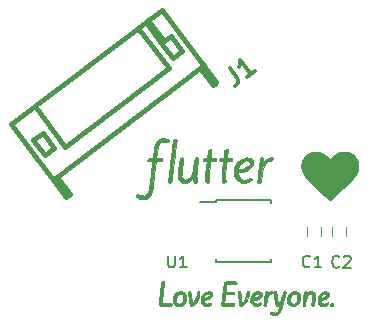
<source format=gto>
G04 #@! TF.FileFunction,Legend,Top*
%FSLAX46Y46*%
G04 Gerber Fmt 4.6, Leading zero omitted, Abs format (unit mm)*
G04 Created by KiCad (PCBNEW 4.0.7+dfsg1-1) date Wed Jan 17 01:01:51 2018*
%MOMM*%
%LPD*%
G01*
G04 APERTURE LIST*
%ADD10C,0.100000*%
%ADD11C,0.381000*%
%ADD12C,0.150000*%
%ADD13C,0.120000*%
%ADD14C,0.010000*%
%ADD15C,0.304800*%
%ADD16C,0.254000*%
G04 APERTURE END LIST*
D10*
D11*
X82548911Y-80556087D02*
X81219011Y-78804008D01*
X81219011Y-78804008D02*
X81457746Y-78622798D01*
X81457746Y-78622798D02*
X82787647Y-80374877D01*
X83181616Y-82713002D02*
X74421221Y-89362504D01*
X69828473Y-87449896D02*
X82574545Y-77775101D01*
X86141934Y-82474962D02*
X73395862Y-92149757D01*
X74421221Y-89362504D02*
X71821312Y-85937250D01*
X83181616Y-82713002D02*
X80581707Y-79287748D01*
X72515932Y-88171533D02*
X73483411Y-89446140D01*
X71718796Y-88776591D02*
X72515932Y-88171533D01*
X72686276Y-90051199D02*
X71718796Y-88776591D01*
X73483411Y-89446140D02*
X72686276Y-90051199D01*
X84313526Y-81225636D02*
X83516390Y-81830694D01*
X83516390Y-81830694D02*
X82548911Y-80556087D01*
X82548911Y-80556087D02*
X83346046Y-79951028D01*
X83346046Y-79951028D02*
X84313526Y-81225636D01*
X74644980Y-93459318D02*
X73557717Y-92026903D01*
X87065318Y-84031768D02*
X85978056Y-82599353D01*
X69830497Y-87448361D02*
X74485148Y-93580637D01*
X74485148Y-93580637D02*
X74802788Y-93339535D01*
X74802788Y-93339535D02*
X73715525Y-91907120D01*
X85820247Y-82719136D02*
X86907510Y-84151551D01*
X86907510Y-84151551D02*
X87225150Y-83910449D01*
X87225150Y-83910449D02*
X82570499Y-77778173D01*
D12*
X87175000Y-93875000D02*
X87175000Y-94000000D01*
X91825000Y-93875000D02*
X91825000Y-94100000D01*
X91825000Y-99125000D02*
X91825000Y-98900000D01*
X87175000Y-99125000D02*
X87175000Y-98900000D01*
X87175000Y-93875000D02*
X91825000Y-93875000D01*
X87175000Y-99125000D02*
X91825000Y-99125000D01*
X87175000Y-94000000D02*
X85825000Y-94000000D01*
D13*
X96104000Y-96182000D02*
X96104000Y-96882000D01*
X94904000Y-96882000D02*
X94904000Y-96182000D01*
X98199500Y-96182000D02*
X98199500Y-96882000D01*
X96999500Y-96882000D02*
X96999500Y-96182000D01*
D14*
G36*
X92206510Y-101600265D02*
X92233613Y-101604675D01*
X92255564Y-101618648D01*
X92273926Y-101647602D01*
X92290262Y-101696955D01*
X92306136Y-101772127D01*
X92323110Y-101878535D01*
X92342748Y-102021598D01*
X92366613Y-102206735D01*
X92381527Y-102323900D01*
X92395097Y-102422898D01*
X92408607Y-102509212D01*
X92418779Y-102562480D01*
X92433390Y-102623260D01*
X92519759Y-102539548D01*
X92598151Y-102445316D01*
X92667059Y-102321246D01*
X92729552Y-102160570D01*
X92788699Y-101956523D01*
X92794419Y-101933986D01*
X92824411Y-101821935D01*
X92853415Y-101726396D01*
X92877569Y-101659440D01*
X92889927Y-101635536D01*
X92934222Y-101610982D01*
X93001261Y-101600036D01*
X93005210Y-101600000D01*
X93052059Y-101603918D01*
X93079958Y-101620722D01*
X93089510Y-101657983D01*
X93081318Y-101723275D01*
X93055985Y-101824170D01*
X93030203Y-101913826D01*
X92999712Y-102019966D01*
X92961143Y-102157718D01*
X92919353Y-102309572D01*
X92879200Y-102458015D01*
X92877706Y-102463600D01*
X92841625Y-102598229D01*
X92807743Y-102724131D01*
X92779467Y-102828683D01*
X92760202Y-102899265D01*
X92757757Y-102908100D01*
X92687315Y-103128480D01*
X92610182Y-103302520D01*
X92523294Y-103434549D01*
X92423586Y-103528896D01*
X92307993Y-103589890D01*
X92265500Y-103603531D01*
X92180643Y-103623939D01*
X92115157Y-103627551D01*
X92043452Y-103613733D01*
X91986100Y-103596591D01*
X91869621Y-103548955D01*
X91795925Y-103494694D01*
X91767106Y-103437128D01*
X91785258Y-103379578D01*
X91825573Y-103342095D01*
X91867001Y-103319177D01*
X91905139Y-103322386D01*
X91961921Y-103353355D01*
X92058514Y-103391631D01*
X92166372Y-103402083D01*
X92265943Y-103384705D01*
X92323402Y-103353424D01*
X92357291Y-103311055D01*
X92398353Y-103238990D01*
X92442596Y-103147310D01*
X92486026Y-103046099D01*
X92524648Y-102945440D01*
X92554471Y-102855414D01*
X92571501Y-102786105D01*
X92571743Y-102747595D01*
X92565171Y-102743000D01*
X92537938Y-102756143D01*
X92488805Y-102788025D01*
X92485321Y-102790467D01*
X92390968Y-102844755D01*
X92319352Y-102857142D01*
X92268214Y-102830986D01*
X92249632Y-102810854D01*
X92235249Y-102787504D01*
X92222990Y-102752381D01*
X92210782Y-102696933D01*
X92196550Y-102612607D01*
X92178221Y-102490848D01*
X92166804Y-102412800D01*
X92134435Y-102189523D01*
X92109568Y-102011398D01*
X92092238Y-101873324D01*
X92082484Y-101770204D01*
X92080341Y-101696940D01*
X92085848Y-101648434D01*
X92099040Y-101619586D01*
X92119955Y-101605300D01*
X92148630Y-101600476D01*
X92172692Y-101599999D01*
X92206510Y-101600265D01*
X92206510Y-101600265D01*
G37*
X92206510Y-101600265D02*
X92233613Y-101604675D01*
X92255564Y-101618648D01*
X92273926Y-101647602D01*
X92290262Y-101696955D01*
X92306136Y-101772127D01*
X92323110Y-101878535D01*
X92342748Y-102021598D01*
X92366613Y-102206735D01*
X92381527Y-102323900D01*
X92395097Y-102422898D01*
X92408607Y-102509212D01*
X92418779Y-102562480D01*
X92433390Y-102623260D01*
X92519759Y-102539548D01*
X92598151Y-102445316D01*
X92667059Y-102321246D01*
X92729552Y-102160570D01*
X92788699Y-101956523D01*
X92794419Y-101933986D01*
X92824411Y-101821935D01*
X92853415Y-101726396D01*
X92877569Y-101659440D01*
X92889927Y-101635536D01*
X92934222Y-101610982D01*
X93001261Y-101600036D01*
X93005210Y-101600000D01*
X93052059Y-101603918D01*
X93079958Y-101620722D01*
X93089510Y-101657983D01*
X93081318Y-101723275D01*
X93055985Y-101824170D01*
X93030203Y-101913826D01*
X92999712Y-102019966D01*
X92961143Y-102157718D01*
X92919353Y-102309572D01*
X92879200Y-102458015D01*
X92877706Y-102463600D01*
X92841625Y-102598229D01*
X92807743Y-102724131D01*
X92779467Y-102828683D01*
X92760202Y-102899265D01*
X92757757Y-102908100D01*
X92687315Y-103128480D01*
X92610182Y-103302520D01*
X92523294Y-103434549D01*
X92423586Y-103528896D01*
X92307993Y-103589890D01*
X92265500Y-103603531D01*
X92180643Y-103623939D01*
X92115157Y-103627551D01*
X92043452Y-103613733D01*
X91986100Y-103596591D01*
X91869621Y-103548955D01*
X91795925Y-103494694D01*
X91767106Y-103437128D01*
X91785258Y-103379578D01*
X91825573Y-103342095D01*
X91867001Y-103319177D01*
X91905139Y-103322386D01*
X91961921Y-103353355D01*
X92058514Y-103391631D01*
X92166372Y-103402083D01*
X92265943Y-103384705D01*
X92323402Y-103353424D01*
X92357291Y-103311055D01*
X92398353Y-103238990D01*
X92442596Y-103147310D01*
X92486026Y-103046099D01*
X92524648Y-102945440D01*
X92554471Y-102855414D01*
X92571501Y-102786105D01*
X92571743Y-102747595D01*
X92565171Y-102743000D01*
X92537938Y-102756143D01*
X92488805Y-102788025D01*
X92485321Y-102790467D01*
X92390968Y-102844755D01*
X92319352Y-102857142D01*
X92268214Y-102830986D01*
X92249632Y-102810854D01*
X92235249Y-102787504D01*
X92222990Y-102752381D01*
X92210782Y-102696933D01*
X92196550Y-102612607D01*
X92178221Y-102490848D01*
X92166804Y-102412800D01*
X92134435Y-102189523D01*
X92109568Y-102011398D01*
X92092238Y-101873324D01*
X92082484Y-101770204D01*
X92080341Y-101696940D01*
X92085848Y-101648434D01*
X92099040Y-101619586D01*
X92119955Y-101605300D01*
X92148630Y-101600476D01*
X92172692Y-101599999D01*
X92206510Y-101600265D01*
G36*
X84210943Y-101604419D02*
X84350811Y-101627141D01*
X84457104Y-101679979D01*
X84541299Y-101770595D01*
X84592514Y-101859160D01*
X84646446Y-102022229D01*
X84655932Y-102197384D01*
X84622351Y-102374787D01*
X84547083Y-102544605D01*
X84483251Y-102637799D01*
X84376748Y-102737564D01*
X84243920Y-102810016D01*
X84098802Y-102850722D01*
X83955430Y-102855251D01*
X83862041Y-102833946D01*
X83729760Y-102760134D01*
X83630853Y-102649696D01*
X83567325Y-102505966D01*
X83541182Y-102332275D01*
X83540600Y-102299729D01*
X83545237Y-102255844D01*
X83773122Y-102255844D01*
X83775740Y-102381976D01*
X83805978Y-102493102D01*
X83864371Y-102577887D01*
X83892609Y-102599920D01*
X83972475Y-102628264D01*
X84072660Y-102633910D01*
X84171302Y-102618183D01*
X84246536Y-102582408D01*
X84251492Y-102578178D01*
X84308251Y-102507339D01*
X84362829Y-102407680D01*
X84405945Y-102299823D01*
X84428316Y-102204392D01*
X84429600Y-102182406D01*
X84418943Y-102085280D01*
X84391237Y-101983628D01*
X84352880Y-101895661D01*
X84310267Y-101839592D01*
X84308780Y-101838434D01*
X84257375Y-101817962D01*
X84179428Y-101805585D01*
X84143850Y-101804007D01*
X84066779Y-101808174D01*
X84010297Y-101828489D01*
X83952257Y-101874773D01*
X83925630Y-101900769D01*
X83848602Y-102003905D01*
X83797588Y-102126041D01*
X83773122Y-102255844D01*
X83545237Y-102255844D01*
X83561524Y-102101721D01*
X83623277Y-101929383D01*
X83724333Y-101786608D01*
X83753225Y-101758130D01*
X83873080Y-101667728D01*
X83999393Y-101617437D01*
X84147291Y-101602176D01*
X84210943Y-101604419D01*
X84210943Y-101604419D01*
G37*
X84210943Y-101604419D02*
X84350811Y-101627141D01*
X84457104Y-101679979D01*
X84541299Y-101770595D01*
X84592514Y-101859160D01*
X84646446Y-102022229D01*
X84655932Y-102197384D01*
X84622351Y-102374787D01*
X84547083Y-102544605D01*
X84483251Y-102637799D01*
X84376748Y-102737564D01*
X84243920Y-102810016D01*
X84098802Y-102850722D01*
X83955430Y-102855251D01*
X83862041Y-102833946D01*
X83729760Y-102760134D01*
X83630853Y-102649696D01*
X83567325Y-102505966D01*
X83541182Y-102332275D01*
X83540600Y-102299729D01*
X83545237Y-102255844D01*
X83773122Y-102255844D01*
X83775740Y-102381976D01*
X83805978Y-102493102D01*
X83864371Y-102577887D01*
X83892609Y-102599920D01*
X83972475Y-102628264D01*
X84072660Y-102633910D01*
X84171302Y-102618183D01*
X84246536Y-102582408D01*
X84251492Y-102578178D01*
X84308251Y-102507339D01*
X84362829Y-102407680D01*
X84405945Y-102299823D01*
X84428316Y-102204392D01*
X84429600Y-102182406D01*
X84418943Y-102085280D01*
X84391237Y-101983628D01*
X84352880Y-101895661D01*
X84310267Y-101839592D01*
X84308780Y-101838434D01*
X84257375Y-101817962D01*
X84179428Y-101805585D01*
X84143850Y-101804007D01*
X84066779Y-101808174D01*
X84010297Y-101828489D01*
X83952257Y-101874773D01*
X83925630Y-101900769D01*
X83848602Y-102003905D01*
X83797588Y-102126041D01*
X83773122Y-102255844D01*
X83545237Y-102255844D01*
X83561524Y-102101721D01*
X83623277Y-101929383D01*
X83724333Y-101786608D01*
X83753225Y-101758130D01*
X83873080Y-101667728D01*
X83999393Y-101617437D01*
X84147291Y-101602176D01*
X84210943Y-101604419D01*
G36*
X85688152Y-101604170D02*
X85733753Y-101613498D01*
X85757172Y-101637464D01*
X85767576Y-101690437D01*
X85770860Y-101733822D01*
X85762619Y-101884847D01*
X85723953Y-102054718D01*
X85660426Y-102231812D01*
X85577602Y-102404507D01*
X85481044Y-102561179D01*
X85376316Y-102690207D01*
X85270554Y-102778987D01*
X85156562Y-102837733D01*
X85066784Y-102856570D01*
X85007544Y-102837703D01*
X84991004Y-102815293D01*
X84974353Y-102771087D01*
X84956621Y-102700156D01*
X84936841Y-102597573D01*
X84914045Y-102458409D01*
X84887264Y-102277737D01*
X84861671Y-102095300D01*
X84847043Y-101975601D01*
X84835195Y-101853889D01*
X84828602Y-101755715D01*
X84828474Y-101752400D01*
X84826723Y-101672443D01*
X84833624Y-101630058D01*
X84855944Y-101612050D01*
X84900454Y-101605226D01*
X84904162Y-101604866D01*
X84954825Y-101605607D01*
X84991604Y-101624275D01*
X85018401Y-101668417D01*
X85039117Y-101745580D01*
X85057655Y-101863312D01*
X85064221Y-101914456D01*
X85080222Y-102034973D01*
X85097763Y-102154313D01*
X85113525Y-102250108D01*
X85116222Y-102264737D01*
X85130923Y-102359036D01*
X85139705Y-102447773D01*
X85140800Y-102478267D01*
X85148787Y-102549663D01*
X85174191Y-102574399D01*
X85219173Y-102553034D01*
X85264341Y-102510011D01*
X85351621Y-102391699D01*
X85430018Y-102239774D01*
X85492947Y-102071369D01*
X85533823Y-101903621D01*
X85546295Y-101776304D01*
X85561848Y-101676794D01*
X85605921Y-101619016D01*
X85678248Y-101603292D01*
X85688152Y-101604170D01*
X85688152Y-101604170D01*
G37*
X85688152Y-101604170D02*
X85733753Y-101613498D01*
X85757172Y-101637464D01*
X85767576Y-101690437D01*
X85770860Y-101733822D01*
X85762619Y-101884847D01*
X85723953Y-102054718D01*
X85660426Y-102231812D01*
X85577602Y-102404507D01*
X85481044Y-102561179D01*
X85376316Y-102690207D01*
X85270554Y-102778987D01*
X85156562Y-102837733D01*
X85066784Y-102856570D01*
X85007544Y-102837703D01*
X84991004Y-102815293D01*
X84974353Y-102771087D01*
X84956621Y-102700156D01*
X84936841Y-102597573D01*
X84914045Y-102458409D01*
X84887264Y-102277737D01*
X84861671Y-102095300D01*
X84847043Y-101975601D01*
X84835195Y-101853889D01*
X84828602Y-101755715D01*
X84828474Y-101752400D01*
X84826723Y-101672443D01*
X84833624Y-101630058D01*
X84855944Y-101612050D01*
X84900454Y-101605226D01*
X84904162Y-101604866D01*
X84954825Y-101605607D01*
X84991604Y-101624275D01*
X85018401Y-101668417D01*
X85039117Y-101745580D01*
X85057655Y-101863312D01*
X85064221Y-101914456D01*
X85080222Y-102034973D01*
X85097763Y-102154313D01*
X85113525Y-102250108D01*
X85116222Y-102264737D01*
X85130923Y-102359036D01*
X85139705Y-102447773D01*
X85140800Y-102478267D01*
X85148787Y-102549663D01*
X85174191Y-102574399D01*
X85219173Y-102553034D01*
X85264341Y-102510011D01*
X85351621Y-102391699D01*
X85430018Y-102239774D01*
X85492947Y-102071369D01*
X85533823Y-101903621D01*
X85546295Y-101776304D01*
X85561848Y-101676794D01*
X85605921Y-101619016D01*
X85678248Y-101603292D01*
X85688152Y-101604170D01*
G36*
X86643586Y-101608469D02*
X86746301Y-101642367D01*
X86819568Y-101700389D01*
X86843691Y-101742570D01*
X86866790Y-101867529D01*
X86842046Y-101987143D01*
X86772401Y-102097279D01*
X86660796Y-102193804D01*
X86510173Y-102272586D01*
X86450725Y-102294553D01*
X86355636Y-102319874D01*
X86261297Y-102334854D01*
X86228475Y-102336600D01*
X86162547Y-102343792D01*
X86133622Y-102370422D01*
X86139077Y-102424072D01*
X86171282Y-102501867D01*
X86236265Y-102584892D01*
X86329343Y-102633140D01*
X86439588Y-102644355D01*
X86556069Y-102616284D01*
X86605572Y-102591444D01*
X86691802Y-102553928D01*
X86752542Y-102555981D01*
X86784159Y-102596463D01*
X86786897Y-102648273D01*
X86773526Y-102701369D01*
X86737675Y-102741592D01*
X86666670Y-102782893D01*
X86662852Y-102784798D01*
X86501285Y-102844039D01*
X86348248Y-102855299D01*
X86233000Y-102831888D01*
X86097524Y-102771530D01*
X86000483Y-102687210D01*
X85938357Y-102573427D01*
X85907629Y-102424680D01*
X85902800Y-102315563D01*
X85918933Y-102143625D01*
X86157775Y-102143625D01*
X86174183Y-102158800D01*
X86206154Y-102152412D01*
X86271578Y-102135823D01*
X86340565Y-102116993D01*
X86452406Y-102074530D01*
X86542725Y-102019299D01*
X86606261Y-101957810D01*
X86637756Y-101896572D01*
X86631949Y-101842095D01*
X86592450Y-101805260D01*
X86520773Y-101793224D01*
X86432888Y-101816029D01*
X86341668Y-101866865D01*
X86259988Y-101938920D01*
X86209994Y-102007570D01*
X86168691Y-102092171D01*
X86157775Y-102143625D01*
X85918933Y-102143625D01*
X85921901Y-102111994D01*
X85979581Y-101941109D01*
X86076401Y-101801898D01*
X86212922Y-101693351D01*
X86263940Y-101665496D01*
X86391887Y-101618635D01*
X86521942Y-101600092D01*
X86643586Y-101608469D01*
X86643586Y-101608469D01*
G37*
X86643586Y-101608469D02*
X86746301Y-101642367D01*
X86819568Y-101700389D01*
X86843691Y-101742570D01*
X86866790Y-101867529D01*
X86842046Y-101987143D01*
X86772401Y-102097279D01*
X86660796Y-102193804D01*
X86510173Y-102272586D01*
X86450725Y-102294553D01*
X86355636Y-102319874D01*
X86261297Y-102334854D01*
X86228475Y-102336600D01*
X86162547Y-102343792D01*
X86133622Y-102370422D01*
X86139077Y-102424072D01*
X86171282Y-102501867D01*
X86236265Y-102584892D01*
X86329343Y-102633140D01*
X86439588Y-102644355D01*
X86556069Y-102616284D01*
X86605572Y-102591444D01*
X86691802Y-102553928D01*
X86752542Y-102555981D01*
X86784159Y-102596463D01*
X86786897Y-102648273D01*
X86773526Y-102701369D01*
X86737675Y-102741592D01*
X86666670Y-102782893D01*
X86662852Y-102784798D01*
X86501285Y-102844039D01*
X86348248Y-102855299D01*
X86233000Y-102831888D01*
X86097524Y-102771530D01*
X86000483Y-102687210D01*
X85938357Y-102573427D01*
X85907629Y-102424680D01*
X85902800Y-102315563D01*
X85918933Y-102143625D01*
X86157775Y-102143625D01*
X86174183Y-102158800D01*
X86206154Y-102152412D01*
X86271578Y-102135823D01*
X86340565Y-102116993D01*
X86452406Y-102074530D01*
X86542725Y-102019299D01*
X86606261Y-101957810D01*
X86637756Y-101896572D01*
X86631949Y-101842095D01*
X86592450Y-101805260D01*
X86520773Y-101793224D01*
X86432888Y-101816029D01*
X86341668Y-101866865D01*
X86259988Y-101938920D01*
X86209994Y-102007570D01*
X86168691Y-102092171D01*
X86157775Y-102143625D01*
X85918933Y-102143625D01*
X85921901Y-102111994D01*
X85979581Y-101941109D01*
X86076401Y-101801898D01*
X86212922Y-101693351D01*
X86263940Y-101665496D01*
X86391887Y-101618635D01*
X86521942Y-101600092D01*
X86643586Y-101608469D01*
G36*
X89131535Y-101604499D02*
X89177702Y-101611190D01*
X89205772Y-101628089D01*
X89223527Y-101667048D01*
X89238745Y-101739921D01*
X89245282Y-101777800D01*
X89261251Y-101879236D01*
X89279824Y-102008941D01*
X89297868Y-102144708D01*
X89304378Y-102196900D01*
X89323345Y-102348347D01*
X89338392Y-102456199D01*
X89350901Y-102527380D01*
X89362252Y-102568816D01*
X89373829Y-102587434D01*
X89382917Y-102590600D01*
X89415733Y-102570131D01*
X89463999Y-102516541D01*
X89519303Y-102441552D01*
X89573228Y-102356887D01*
X89617359Y-102274270D01*
X89629060Y-102247700D01*
X89666750Y-102140350D01*
X89704993Y-102006752D01*
X89738584Y-101867636D01*
X89762317Y-101743737D01*
X89769347Y-101688900D01*
X89779676Y-101637451D01*
X89808801Y-101616475D01*
X89865200Y-101612700D01*
X89954100Y-101612700D01*
X89961794Y-101746535D01*
X89951981Y-101919998D01*
X89907750Y-102107201D01*
X89834943Y-102296043D01*
X89739407Y-102474423D01*
X89626985Y-102630239D01*
X89503523Y-102751389D01*
X89462080Y-102781225D01*
X89357561Y-102837489D01*
X89270231Y-102860528D01*
X89209280Y-102848548D01*
X89182879Y-102813835D01*
X89158662Y-102743125D01*
X89135573Y-102632005D01*
X89112554Y-102476062D01*
X89104317Y-102410062D01*
X89089300Y-102289010D01*
X89070311Y-102141265D01*
X89050408Y-101990447D01*
X89040657Y-101918246D01*
X89027141Y-101803735D01*
X89019783Y-101707975D01*
X89019189Y-101642063D01*
X89024293Y-101617946D01*
X89062358Y-101605376D01*
X89125746Y-101603998D01*
X89131535Y-101604499D01*
X89131535Y-101604499D01*
G37*
X89131535Y-101604499D02*
X89177702Y-101611190D01*
X89205772Y-101628089D01*
X89223527Y-101667048D01*
X89238745Y-101739921D01*
X89245282Y-101777800D01*
X89261251Y-101879236D01*
X89279824Y-102008941D01*
X89297868Y-102144708D01*
X89304378Y-102196900D01*
X89323345Y-102348347D01*
X89338392Y-102456199D01*
X89350901Y-102527380D01*
X89362252Y-102568816D01*
X89373829Y-102587434D01*
X89382917Y-102590600D01*
X89415733Y-102570131D01*
X89463999Y-102516541D01*
X89519303Y-102441552D01*
X89573228Y-102356887D01*
X89617359Y-102274270D01*
X89629060Y-102247700D01*
X89666750Y-102140350D01*
X89704993Y-102006752D01*
X89738584Y-101867636D01*
X89762317Y-101743737D01*
X89769347Y-101688900D01*
X89779676Y-101637451D01*
X89808801Y-101616475D01*
X89865200Y-101612700D01*
X89954100Y-101612700D01*
X89961794Y-101746535D01*
X89951981Y-101919998D01*
X89907750Y-102107201D01*
X89834943Y-102296043D01*
X89739407Y-102474423D01*
X89626985Y-102630239D01*
X89503523Y-102751389D01*
X89462080Y-102781225D01*
X89357561Y-102837489D01*
X89270231Y-102860528D01*
X89209280Y-102848548D01*
X89182879Y-102813835D01*
X89158662Y-102743125D01*
X89135573Y-102632005D01*
X89112554Y-102476062D01*
X89104317Y-102410062D01*
X89089300Y-102289010D01*
X89070311Y-102141265D01*
X89050408Y-101990447D01*
X89040657Y-101918246D01*
X89027141Y-101803735D01*
X89019783Y-101707975D01*
X89019189Y-101642063D01*
X89024293Y-101617946D01*
X89062358Y-101605376D01*
X89125746Y-101603998D01*
X89131535Y-101604499D01*
G36*
X90791838Y-101605256D02*
X90918023Y-101629470D01*
X91002237Y-101679582D01*
X91047907Y-101758693D01*
X91059000Y-101846988D01*
X91039125Y-101983348D01*
X90977727Y-102096988D01*
X90872143Y-102191378D01*
X90741500Y-102260870D01*
X90637100Y-102296906D01*
X90522810Y-102323635D01*
X90481150Y-102329634D01*
X90403596Y-102339696D01*
X90363991Y-102354243D01*
X90349636Y-102381721D01*
X90347800Y-102418307D01*
X90372361Y-102503281D01*
X90422046Y-102567153D01*
X90515358Y-102626457D01*
X90629734Y-102641595D01*
X90760803Y-102612373D01*
X90823757Y-102584854D01*
X90891659Y-102552360D01*
X90929808Y-102542172D01*
X90953681Y-102553473D01*
X90972589Y-102577009D01*
X91000833Y-102627968D01*
X91008200Y-102657111D01*
X90985485Y-102701420D01*
X90924866Y-102750880D01*
X90837632Y-102797959D01*
X90746096Y-102831953D01*
X90663187Y-102855376D01*
X90607410Y-102864843D01*
X90557381Y-102861450D01*
X90491715Y-102846292D01*
X90487500Y-102845210D01*
X90333474Y-102787302D01*
X90219343Y-102701598D01*
X90143514Y-102585541D01*
X90104393Y-102436574D01*
X90100388Y-102252138D01*
X90102250Y-102226786D01*
X90123440Y-102124051D01*
X90348642Y-102124051D01*
X90368601Y-102147181D01*
X90426505Y-102146226D01*
X90443050Y-102143416D01*
X90528689Y-102121460D01*
X90623979Y-102088702D01*
X90647845Y-102078984D01*
X90746086Y-102029969D01*
X90803085Y-101980627D01*
X90827592Y-101921608D01*
X90830400Y-101883931D01*
X90813336Y-101819020D01*
X90767405Y-101787126D01*
X90700501Y-101786207D01*
X90620516Y-101814218D01*
X90535343Y-101869114D01*
X90452873Y-101948850D01*
X90420275Y-101990172D01*
X90366057Y-102072995D01*
X90348642Y-102124051D01*
X90123440Y-102124051D01*
X90139284Y-102047240D01*
X90215181Y-101890972D01*
X90324041Y-101763301D01*
X90459961Y-101669545D01*
X90617040Y-101615024D01*
X90789378Y-101605056D01*
X90791838Y-101605256D01*
X90791838Y-101605256D01*
G37*
X90791838Y-101605256D02*
X90918023Y-101629470D01*
X91002237Y-101679582D01*
X91047907Y-101758693D01*
X91059000Y-101846988D01*
X91039125Y-101983348D01*
X90977727Y-102096988D01*
X90872143Y-102191378D01*
X90741500Y-102260870D01*
X90637100Y-102296906D01*
X90522810Y-102323635D01*
X90481150Y-102329634D01*
X90403596Y-102339696D01*
X90363991Y-102354243D01*
X90349636Y-102381721D01*
X90347800Y-102418307D01*
X90372361Y-102503281D01*
X90422046Y-102567153D01*
X90515358Y-102626457D01*
X90629734Y-102641595D01*
X90760803Y-102612373D01*
X90823757Y-102584854D01*
X90891659Y-102552360D01*
X90929808Y-102542172D01*
X90953681Y-102553473D01*
X90972589Y-102577009D01*
X91000833Y-102627968D01*
X91008200Y-102657111D01*
X90985485Y-102701420D01*
X90924866Y-102750880D01*
X90837632Y-102797959D01*
X90746096Y-102831953D01*
X90663187Y-102855376D01*
X90607410Y-102864843D01*
X90557381Y-102861450D01*
X90491715Y-102846292D01*
X90487500Y-102845210D01*
X90333474Y-102787302D01*
X90219343Y-102701598D01*
X90143514Y-102585541D01*
X90104393Y-102436574D01*
X90100388Y-102252138D01*
X90102250Y-102226786D01*
X90123440Y-102124051D01*
X90348642Y-102124051D01*
X90368601Y-102147181D01*
X90426505Y-102146226D01*
X90443050Y-102143416D01*
X90528689Y-102121460D01*
X90623979Y-102088702D01*
X90647845Y-102078984D01*
X90746086Y-102029969D01*
X90803085Y-101980627D01*
X90827592Y-101921608D01*
X90830400Y-101883931D01*
X90813336Y-101819020D01*
X90767405Y-101787126D01*
X90700501Y-101786207D01*
X90620516Y-101814218D01*
X90535343Y-101869114D01*
X90452873Y-101948850D01*
X90420275Y-101990172D01*
X90366057Y-102072995D01*
X90348642Y-102124051D01*
X90123440Y-102124051D01*
X90139284Y-102047240D01*
X90215181Y-101890972D01*
X90324041Y-101763301D01*
X90459961Y-101669545D01*
X90617040Y-101615024D01*
X90789378Y-101605056D01*
X90791838Y-101605256D01*
G36*
X91906265Y-101579543D02*
X91966524Y-101595111D01*
X91991983Y-101633220D01*
X91994491Y-101646544D01*
X91981931Y-101718344D01*
X91932209Y-101775064D01*
X91858954Y-101802476D01*
X91844412Y-101803200D01*
X91762827Y-101825840D01*
X91678528Y-101886899D01*
X91603208Y-101976080D01*
X91560564Y-102053132D01*
X91537487Y-102122381D01*
X91511491Y-102227623D01*
X91485799Y-102354426D01*
X91464096Y-102485187D01*
X91440563Y-102632462D01*
X91419175Y-102735552D01*
X91398257Y-102800927D01*
X91376136Y-102835057D01*
X91372911Y-102837665D01*
X91307284Y-102867743D01*
X91249323Y-102850267D01*
X91225891Y-102830062D01*
X91197989Y-102772118D01*
X91198733Y-102734812D01*
X91207397Y-102684525D01*
X91219168Y-102599581D01*
X91231891Y-102495850D01*
X91235554Y-102463600D01*
X91261087Y-102233973D01*
X91281972Y-102049798D01*
X91299497Y-101906073D01*
X91314952Y-101797797D01*
X91329626Y-101719969D01*
X91344806Y-101667589D01*
X91361781Y-101635655D01*
X91381840Y-101619166D01*
X91406272Y-101613122D01*
X91436366Y-101612521D01*
X91454816Y-101612700D01*
X91519478Y-101616514D01*
X91547357Y-101633343D01*
X91552283Y-101669850D01*
X91558630Y-101714425D01*
X91571333Y-101727000D01*
X91592138Y-101707949D01*
X91592400Y-101704397D01*
X91614623Y-101676913D01*
X91671019Y-101644514D01*
X91746176Y-101613328D01*
X91824681Y-101589487D01*
X91891124Y-101579121D01*
X91906265Y-101579543D01*
X91906265Y-101579543D01*
G37*
X91906265Y-101579543D02*
X91966524Y-101595111D01*
X91991983Y-101633220D01*
X91994491Y-101646544D01*
X91981931Y-101718344D01*
X91932209Y-101775064D01*
X91858954Y-101802476D01*
X91844412Y-101803200D01*
X91762827Y-101825840D01*
X91678528Y-101886899D01*
X91603208Y-101976080D01*
X91560564Y-102053132D01*
X91537487Y-102122381D01*
X91511491Y-102227623D01*
X91485799Y-102354426D01*
X91464096Y-102485187D01*
X91440563Y-102632462D01*
X91419175Y-102735552D01*
X91398257Y-102800927D01*
X91376136Y-102835057D01*
X91372911Y-102837665D01*
X91307284Y-102867743D01*
X91249323Y-102850267D01*
X91225891Y-102830062D01*
X91197989Y-102772118D01*
X91198733Y-102734812D01*
X91207397Y-102684525D01*
X91219168Y-102599581D01*
X91231891Y-102495850D01*
X91235554Y-102463600D01*
X91261087Y-102233973D01*
X91281972Y-102049798D01*
X91299497Y-101906073D01*
X91314952Y-101797797D01*
X91329626Y-101719969D01*
X91344806Y-101667589D01*
X91361781Y-101635655D01*
X91381840Y-101619166D01*
X91406272Y-101613122D01*
X91436366Y-101612521D01*
X91454816Y-101612700D01*
X91519478Y-101616514D01*
X91547357Y-101633343D01*
X91552283Y-101669850D01*
X91558630Y-101714425D01*
X91571333Y-101727000D01*
X91592138Y-101707949D01*
X91592400Y-101704397D01*
X91614623Y-101676913D01*
X91671019Y-101644514D01*
X91746176Y-101613328D01*
X91824681Y-101589487D01*
X91891124Y-101579121D01*
X91906265Y-101579543D01*
G36*
X93923577Y-101614659D02*
X93995429Y-101622342D01*
X94048156Y-101639763D01*
X94097566Y-101670577D01*
X94111827Y-101681239D01*
X94201101Y-101776203D01*
X94272470Y-101905087D01*
X94317331Y-102051869D01*
X94320520Y-102069900D01*
X94321292Y-102203690D01*
X94288447Y-102353009D01*
X94228103Y-102501726D01*
X94146373Y-102633715D01*
X94078289Y-102708815D01*
X93982092Y-102773842D01*
X93861975Y-102823349D01*
X93735825Y-102852446D01*
X93621526Y-102856245D01*
X93573435Y-102846827D01*
X93422934Y-102777443D01*
X93310895Y-102675185D01*
X93236778Y-102539350D01*
X93200038Y-102369239D01*
X93199495Y-102363456D01*
X93201929Y-102287469D01*
X93446694Y-102287469D01*
X93454339Y-102410010D01*
X93479238Y-102499468D01*
X93496527Y-102532473D01*
X93568750Y-102607195D01*
X93663404Y-102643566D01*
X93768772Y-102640847D01*
X93873137Y-102598298D01*
X93923917Y-102559456D01*
X94005837Y-102452468D01*
X94059055Y-102317041D01*
X94080567Y-102168556D01*
X94067369Y-102022394D01*
X94043541Y-101946918D01*
X93995965Y-101865759D01*
X93929746Y-101820560D01*
X93832247Y-101803818D01*
X93801440Y-101803200D01*
X93680886Y-101826180D01*
X93581718Y-101892003D01*
X93507361Y-101995993D01*
X93461242Y-102133474D01*
X93446694Y-102287469D01*
X93201929Y-102287469D01*
X93205120Y-102187861D01*
X93249981Y-102016730D01*
X93328760Y-101861947D01*
X93436139Y-101735396D01*
X93503945Y-101683109D01*
X93565978Y-101647082D01*
X93625105Y-101625987D01*
X93698620Y-101615952D01*
X93803820Y-101613102D01*
X93816790Y-101613063D01*
X93923577Y-101614659D01*
X93923577Y-101614659D01*
G37*
X93923577Y-101614659D02*
X93995429Y-101622342D01*
X94048156Y-101639763D01*
X94097566Y-101670577D01*
X94111827Y-101681239D01*
X94201101Y-101776203D01*
X94272470Y-101905087D01*
X94317331Y-102051869D01*
X94320520Y-102069900D01*
X94321292Y-102203690D01*
X94288447Y-102353009D01*
X94228103Y-102501726D01*
X94146373Y-102633715D01*
X94078289Y-102708815D01*
X93982092Y-102773842D01*
X93861975Y-102823349D01*
X93735825Y-102852446D01*
X93621526Y-102856245D01*
X93573435Y-102846827D01*
X93422934Y-102777443D01*
X93310895Y-102675185D01*
X93236778Y-102539350D01*
X93200038Y-102369239D01*
X93199495Y-102363456D01*
X93201929Y-102287469D01*
X93446694Y-102287469D01*
X93454339Y-102410010D01*
X93479238Y-102499468D01*
X93496527Y-102532473D01*
X93568750Y-102607195D01*
X93663404Y-102643566D01*
X93768772Y-102640847D01*
X93873137Y-102598298D01*
X93923917Y-102559456D01*
X94005837Y-102452468D01*
X94059055Y-102317041D01*
X94080567Y-102168556D01*
X94067369Y-102022394D01*
X94043541Y-101946918D01*
X93995965Y-101865759D01*
X93929746Y-101820560D01*
X93832247Y-101803818D01*
X93801440Y-101803200D01*
X93680886Y-101826180D01*
X93581718Y-101892003D01*
X93507361Y-101995993D01*
X93461242Y-102133474D01*
X93446694Y-102287469D01*
X93201929Y-102287469D01*
X93205120Y-102187861D01*
X93249981Y-102016730D01*
X93328760Y-101861947D01*
X93436139Y-101735396D01*
X93503945Y-101683109D01*
X93565978Y-101647082D01*
X93625105Y-101625987D01*
X93698620Y-101615952D01*
X93803820Y-101613102D01*
X93816790Y-101613063D01*
X93923577Y-101614659D01*
G36*
X95342712Y-101614172D02*
X95406582Y-101635760D01*
X95485881Y-101687342D01*
X95540027Y-101758408D01*
X95570240Y-101854808D01*
X95577739Y-101982392D01*
X95563746Y-102147012D01*
X95542100Y-102285800D01*
X95524391Y-102395014D01*
X95511030Y-102493941D01*
X95504286Y-102565218D01*
X95503893Y-102577900D01*
X95491943Y-102699126D01*
X95459140Y-102791569D01*
X95409129Y-102846576D01*
X95386804Y-102855757D01*
X95320386Y-102857272D01*
X95284366Y-102841501D01*
X95270067Y-102825993D01*
X95261134Y-102802643D01*
X95257811Y-102764129D01*
X95260343Y-102703131D01*
X95268974Y-102612329D01*
X95283948Y-102484402D01*
X95300800Y-102349300D01*
X95321095Y-102186182D01*
X95334891Y-102065910D01*
X95342371Y-101980967D01*
X95343717Y-101923841D01*
X95339115Y-101887018D01*
X95328745Y-101862983D01*
X95313108Y-101844537D01*
X95245795Y-101809747D01*
X95155701Y-101804503D01*
X95059698Y-101826600D01*
X94974660Y-101873830D01*
X94955017Y-101891353D01*
X94903950Y-101965586D01*
X94854703Y-102078441D01*
X94810603Y-102217767D01*
X94774974Y-102371408D01*
X94751141Y-102527211D01*
X94742443Y-102668295D01*
X94724692Y-102760399D01*
X94678675Y-102827294D01*
X94613744Y-102860225D01*
X94545150Y-102852924D01*
X94524488Y-102819050D01*
X94514962Y-102743247D01*
X94516739Y-102633187D01*
X94529989Y-102496544D01*
X94536317Y-102450900D01*
X94548253Y-102362427D01*
X94563129Y-102240845D01*
X94578869Y-102103595D01*
X94590744Y-101993700D01*
X94607411Y-101843452D01*
X94623011Y-101736737D01*
X94640682Y-101666460D01*
X94663561Y-101625529D01*
X94694786Y-101606849D01*
X94737495Y-101603328D01*
X94762711Y-101604915D01*
X94827707Y-101616668D01*
X94857452Y-101644049D01*
X94864739Y-101672314D01*
X94873179Y-101731929D01*
X94935410Y-101673466D01*
X95009661Y-101631645D01*
X95114280Y-101606863D01*
X95231289Y-101600559D01*
X95342712Y-101614172D01*
X95342712Y-101614172D01*
G37*
X95342712Y-101614172D02*
X95406582Y-101635760D01*
X95485881Y-101687342D01*
X95540027Y-101758408D01*
X95570240Y-101854808D01*
X95577739Y-101982392D01*
X95563746Y-102147012D01*
X95542100Y-102285800D01*
X95524391Y-102395014D01*
X95511030Y-102493941D01*
X95504286Y-102565218D01*
X95503893Y-102577900D01*
X95491943Y-102699126D01*
X95459140Y-102791569D01*
X95409129Y-102846576D01*
X95386804Y-102855757D01*
X95320386Y-102857272D01*
X95284366Y-102841501D01*
X95270067Y-102825993D01*
X95261134Y-102802643D01*
X95257811Y-102764129D01*
X95260343Y-102703131D01*
X95268974Y-102612329D01*
X95283948Y-102484402D01*
X95300800Y-102349300D01*
X95321095Y-102186182D01*
X95334891Y-102065910D01*
X95342371Y-101980967D01*
X95343717Y-101923841D01*
X95339115Y-101887018D01*
X95328745Y-101862983D01*
X95313108Y-101844537D01*
X95245795Y-101809747D01*
X95155701Y-101804503D01*
X95059698Y-101826600D01*
X94974660Y-101873830D01*
X94955017Y-101891353D01*
X94903950Y-101965586D01*
X94854703Y-102078441D01*
X94810603Y-102217767D01*
X94774974Y-102371408D01*
X94751141Y-102527211D01*
X94742443Y-102668295D01*
X94724692Y-102760399D01*
X94678675Y-102827294D01*
X94613744Y-102860225D01*
X94545150Y-102852924D01*
X94524488Y-102819050D01*
X94514962Y-102743247D01*
X94516739Y-102633187D01*
X94529989Y-102496544D01*
X94536317Y-102450900D01*
X94548253Y-102362427D01*
X94563129Y-102240845D01*
X94578869Y-102103595D01*
X94590744Y-101993700D01*
X94607411Y-101843452D01*
X94623011Y-101736737D01*
X94640682Y-101666460D01*
X94663561Y-101625529D01*
X94694786Y-101606849D01*
X94737495Y-101603328D01*
X94762711Y-101604915D01*
X94827707Y-101616668D01*
X94857452Y-101644049D01*
X94864739Y-101672314D01*
X94873179Y-101731929D01*
X94935410Y-101673466D01*
X95009661Y-101631645D01*
X95114280Y-101606863D01*
X95231289Y-101600559D01*
X95342712Y-101614172D01*
G36*
X96472474Y-101605154D02*
X96599568Y-101626422D01*
X96684646Y-101671593D01*
X96732659Y-101745215D01*
X96748558Y-101851837D01*
X96748600Y-101858783D01*
X96731967Y-101985357D01*
X96678729Y-102088580D01*
X96583878Y-102175367D01*
X96474112Y-102237882D01*
X96367443Y-102281240D01*
X96253886Y-102314996D01*
X96175662Y-102329437D01*
X96096335Y-102339333D01*
X96055169Y-102353196D01*
X96039687Y-102379046D01*
X96037400Y-102418307D01*
X96061961Y-102503281D01*
X96111646Y-102567153D01*
X96203907Y-102625417D01*
X96316724Y-102642609D01*
X96439934Y-102618116D01*
X96501234Y-102590600D01*
X96578155Y-102553056D01*
X96625349Y-102544011D01*
X96655724Y-102564344D01*
X96676678Y-102602547D01*
X96692174Y-102660444D01*
X96671844Y-102705567D01*
X96671483Y-102706004D01*
X96598116Y-102764816D01*
X96492921Y-102813981D01*
X96374735Y-102847577D01*
X96262391Y-102859680D01*
X96202500Y-102853468D01*
X96047502Y-102803516D01*
X95933716Y-102731619D01*
X95857014Y-102632238D01*
X95813269Y-102499839D01*
X95798354Y-102328885D01*
X95798285Y-102311200D01*
X95801782Y-102187365D01*
X95806989Y-102147914D01*
X96037400Y-102147914D01*
X96058982Y-102156724D01*
X96115836Y-102149419D01*
X96196124Y-102128894D01*
X96288009Y-102098042D01*
X96358278Y-102069483D01*
X96449908Y-102015607D01*
X96511267Y-101952951D01*
X96539089Y-101889766D01*
X96530111Y-101834303D01*
X96481068Y-101794812D01*
X96468717Y-101790347D01*
X96411106Y-101791247D01*
X96331287Y-101814638D01*
X96248260Y-101853299D01*
X96181676Y-101899418D01*
X96144791Y-101943695D01*
X96101899Y-102009507D01*
X96063524Y-102078729D01*
X96040190Y-102133234D01*
X96037400Y-102147914D01*
X95806989Y-102147914D01*
X95813861Y-102095855D01*
X95837709Y-102018481D01*
X95857197Y-101974948D01*
X95954299Y-101827923D01*
X96082580Y-101713704D01*
X96233345Y-101637518D01*
X96397901Y-101604589D01*
X96472474Y-101605154D01*
X96472474Y-101605154D01*
G37*
X96472474Y-101605154D02*
X96599568Y-101626422D01*
X96684646Y-101671593D01*
X96732659Y-101745215D01*
X96748558Y-101851837D01*
X96748600Y-101858783D01*
X96731967Y-101985357D01*
X96678729Y-102088580D01*
X96583878Y-102175367D01*
X96474112Y-102237882D01*
X96367443Y-102281240D01*
X96253886Y-102314996D01*
X96175662Y-102329437D01*
X96096335Y-102339333D01*
X96055169Y-102353196D01*
X96039687Y-102379046D01*
X96037400Y-102418307D01*
X96061961Y-102503281D01*
X96111646Y-102567153D01*
X96203907Y-102625417D01*
X96316724Y-102642609D01*
X96439934Y-102618116D01*
X96501234Y-102590600D01*
X96578155Y-102553056D01*
X96625349Y-102544011D01*
X96655724Y-102564344D01*
X96676678Y-102602547D01*
X96692174Y-102660444D01*
X96671844Y-102705567D01*
X96671483Y-102706004D01*
X96598116Y-102764816D01*
X96492921Y-102813981D01*
X96374735Y-102847577D01*
X96262391Y-102859680D01*
X96202500Y-102853468D01*
X96047502Y-102803516D01*
X95933716Y-102731619D01*
X95857014Y-102632238D01*
X95813269Y-102499839D01*
X95798354Y-102328885D01*
X95798285Y-102311200D01*
X95801782Y-102187365D01*
X95806989Y-102147914D01*
X96037400Y-102147914D01*
X96058982Y-102156724D01*
X96115836Y-102149419D01*
X96196124Y-102128894D01*
X96288009Y-102098042D01*
X96358278Y-102069483D01*
X96449908Y-102015607D01*
X96511267Y-101952951D01*
X96539089Y-101889766D01*
X96530111Y-101834303D01*
X96481068Y-101794812D01*
X96468717Y-101790347D01*
X96411106Y-101791247D01*
X96331287Y-101814638D01*
X96248260Y-101853299D01*
X96181676Y-101899418D01*
X96144791Y-101943695D01*
X96101899Y-102009507D01*
X96063524Y-102078729D01*
X96040190Y-102133234D01*
X96037400Y-102147914D01*
X95806989Y-102147914D01*
X95813861Y-102095855D01*
X95837709Y-102018481D01*
X95857197Y-101974948D01*
X95954299Y-101827923D01*
X96082580Y-101713704D01*
X96233345Y-101637518D01*
X96397901Y-101604589D01*
X96472474Y-101605154D01*
G36*
X97067189Y-102578736D02*
X97116326Y-102625644D01*
X97129600Y-102690455D01*
X97108193Y-102778212D01*
X97051116Y-102836983D01*
X96969083Y-102858498D01*
X96920067Y-102852203D01*
X96872201Y-102818974D01*
X96853944Y-102761256D01*
X96861985Y-102693249D01*
X96893017Y-102629157D01*
X96943729Y-102583181D01*
X96985887Y-102569714D01*
X97067189Y-102578736D01*
X97067189Y-102578736D01*
G37*
X97067189Y-102578736D02*
X97116326Y-102625644D01*
X97129600Y-102690455D01*
X97108193Y-102778212D01*
X97051116Y-102836983D01*
X96969083Y-102858498D01*
X96920067Y-102852203D01*
X96872201Y-102818974D01*
X96853944Y-102761256D01*
X96861985Y-102693249D01*
X96893017Y-102629157D01*
X96943729Y-102583181D01*
X96985887Y-102569714D01*
X97067189Y-102578736D01*
G36*
X82707778Y-100739845D02*
X82739333Y-100754180D01*
X82759637Y-100785405D01*
X82769360Y-100839521D01*
X82769175Y-100922526D01*
X82759751Y-101040421D01*
X82741761Y-101199206D01*
X82728236Y-101307900D01*
X82714941Y-101415878D01*
X82698818Y-101551003D01*
X82682639Y-101689932D01*
X82676959Y-101739700D01*
X82659578Y-101886281D01*
X82638586Y-102053452D01*
X82617738Y-102211540D01*
X82611786Y-102254818D01*
X82591949Y-102387595D01*
X82579305Y-102483491D01*
X82580114Y-102548430D01*
X82600636Y-102588331D01*
X82647131Y-102609119D01*
X82725859Y-102616712D01*
X82843080Y-102617035D01*
X82993606Y-102616000D01*
X83148808Y-102616366D01*
X83260907Y-102618050D01*
X83337598Y-102621929D01*
X83386577Y-102628882D01*
X83415538Y-102639785D01*
X83432176Y-102655517D01*
X83439000Y-102666800D01*
X83452292Y-102731751D01*
X83439000Y-102768400D01*
X83427304Y-102785566D01*
X83408594Y-102798363D01*
X83376028Y-102807429D01*
X83322760Y-102813403D01*
X83241946Y-102816925D01*
X83126743Y-102818635D01*
X82970307Y-102819171D01*
X82895116Y-102819200D01*
X82711641Y-102818501D01*
X82573012Y-102816153D01*
X82473288Y-102811772D01*
X82406532Y-102804978D01*
X82366805Y-102795389D01*
X82349318Y-102784134D01*
X82335797Y-102749119D01*
X82332741Y-102683947D01*
X82340051Y-102580514D01*
X82346182Y-102523784D01*
X82362243Y-102383624D01*
X82380246Y-102225284D01*
X82396520Y-102081073D01*
X82397773Y-102069900D01*
X82410697Y-101959640D01*
X82423124Y-101862190D01*
X82433004Y-101793354D01*
X82435699Y-101777800D01*
X82444047Y-101724233D01*
X82455735Y-101635954D01*
X82468710Y-101528766D01*
X82473626Y-101485700D01*
X82497673Y-101271842D01*
X82517317Y-101103110D01*
X82533919Y-100974158D01*
X82548839Y-100879640D01*
X82563437Y-100814210D01*
X82579074Y-100772522D01*
X82597110Y-100749230D01*
X82618906Y-100738987D01*
X82645822Y-100736449D01*
X82664299Y-100736400D01*
X82707778Y-100739845D01*
X82707778Y-100739845D01*
G37*
X82707778Y-100739845D02*
X82739333Y-100754180D01*
X82759637Y-100785405D01*
X82769360Y-100839521D01*
X82769175Y-100922526D01*
X82759751Y-101040421D01*
X82741761Y-101199206D01*
X82728236Y-101307900D01*
X82714941Y-101415878D01*
X82698818Y-101551003D01*
X82682639Y-101689932D01*
X82676959Y-101739700D01*
X82659578Y-101886281D01*
X82638586Y-102053452D01*
X82617738Y-102211540D01*
X82611786Y-102254818D01*
X82591949Y-102387595D01*
X82579305Y-102483491D01*
X82580114Y-102548430D01*
X82600636Y-102588331D01*
X82647131Y-102609119D01*
X82725859Y-102616712D01*
X82843080Y-102617035D01*
X82993606Y-102616000D01*
X83148808Y-102616366D01*
X83260907Y-102618050D01*
X83337598Y-102621929D01*
X83386577Y-102628882D01*
X83415538Y-102639785D01*
X83432176Y-102655517D01*
X83439000Y-102666800D01*
X83452292Y-102731751D01*
X83439000Y-102768400D01*
X83427304Y-102785566D01*
X83408594Y-102798363D01*
X83376028Y-102807429D01*
X83322760Y-102813403D01*
X83241946Y-102816925D01*
X83126743Y-102818635D01*
X82970307Y-102819171D01*
X82895116Y-102819200D01*
X82711641Y-102818501D01*
X82573012Y-102816153D01*
X82473288Y-102811772D01*
X82406532Y-102804978D01*
X82366805Y-102795389D01*
X82349318Y-102784134D01*
X82335797Y-102749119D01*
X82332741Y-102683947D01*
X82340051Y-102580514D01*
X82346182Y-102523784D01*
X82362243Y-102383624D01*
X82380246Y-102225284D01*
X82396520Y-102081073D01*
X82397773Y-102069900D01*
X82410697Y-101959640D01*
X82423124Y-101862190D01*
X82433004Y-101793354D01*
X82435699Y-101777800D01*
X82444047Y-101724233D01*
X82455735Y-101635954D01*
X82468710Y-101528766D01*
X82473626Y-101485700D01*
X82497673Y-101271842D01*
X82517317Y-101103110D01*
X82533919Y-100974158D01*
X82548839Y-100879640D01*
X82563437Y-100814210D01*
X82579074Y-100772522D01*
X82597110Y-100749230D01*
X82618906Y-100738987D01*
X82645822Y-100736449D01*
X82664299Y-100736400D01*
X82707778Y-100739845D01*
G36*
X88520705Y-100763773D02*
X88652300Y-100766105D01*
X88764813Y-100770023D01*
X88848263Y-100775521D01*
X88892671Y-100782595D01*
X88895683Y-100783995D01*
X88918190Y-100823602D01*
X88921083Y-100878856D01*
X88912700Y-100952300D01*
X88488715Y-100959257D01*
X88064730Y-100966215D01*
X88051433Y-101073557D01*
X88042143Y-101156446D01*
X88031298Y-101264510D01*
X88022643Y-101358700D01*
X88012867Y-101457150D01*
X88002331Y-101542112D01*
X87993620Y-101593650D01*
X87980092Y-101650799D01*
X88335728Y-101650799D01*
X88488575Y-101651961D01*
X88596906Y-101656811D01*
X88666978Y-101667398D01*
X88705049Y-101685771D01*
X88717376Y-101713980D01*
X88710215Y-101754072D01*
X88704205Y-101771450D01*
X88688755Y-101803283D01*
X88664314Y-101825631D01*
X88622645Y-101840164D01*
X88555512Y-101848554D01*
X88454675Y-101852473D01*
X88311899Y-101853593D01*
X88299373Y-101853611D01*
X87965447Y-101854000D01*
X87936623Y-102076250D01*
X87921525Y-102194006D01*
X87907235Y-102307754D01*
X87896335Y-102396874D01*
X87894453Y-102412800D01*
X87883457Y-102492866D01*
X87871875Y-102556688D01*
X87868333Y-102570943D01*
X87867427Y-102586895D01*
X87879847Y-102598676D01*
X87912311Y-102607087D01*
X87971532Y-102612925D01*
X88064228Y-102616990D01*
X88197113Y-102620082D01*
X88295230Y-102621743D01*
X88734900Y-102628700D01*
X88743283Y-102702143D01*
X88738669Y-102763826D01*
X88717883Y-102797004D01*
X88683375Y-102803488D01*
X88608217Y-102808878D01*
X88501768Y-102813129D01*
X88373386Y-102816196D01*
X88232429Y-102818032D01*
X88088257Y-102818591D01*
X87950228Y-102817828D01*
X87827700Y-102815696D01*
X87730031Y-102812149D01*
X87666580Y-102807142D01*
X87646933Y-102802266D01*
X87634139Y-102761201D01*
X87630891Y-102679191D01*
X87637028Y-102565155D01*
X87652390Y-102428011D01*
X87653822Y-102417665D01*
X87667608Y-102313692D01*
X87683984Y-102181864D01*
X87700163Y-102044841D01*
X87705950Y-101993700D01*
X87726055Y-101818392D01*
X87749629Y-101620987D01*
X87774720Y-101417185D01*
X87799378Y-101222690D01*
X87821652Y-101053204D01*
X87833464Y-100967182D01*
X87850112Y-100879797D01*
X87870861Y-100813018D01*
X87889243Y-100783421D01*
X87925766Y-100776114D01*
X88003083Y-100770427D01*
X88111215Y-100766355D01*
X88240182Y-100763893D01*
X88380005Y-100763034D01*
X88520705Y-100763773D01*
X88520705Y-100763773D01*
G37*
X88520705Y-100763773D02*
X88652300Y-100766105D01*
X88764813Y-100770023D01*
X88848263Y-100775521D01*
X88892671Y-100782595D01*
X88895683Y-100783995D01*
X88918190Y-100823602D01*
X88921083Y-100878856D01*
X88912700Y-100952300D01*
X88488715Y-100959257D01*
X88064730Y-100966215D01*
X88051433Y-101073557D01*
X88042143Y-101156446D01*
X88031298Y-101264510D01*
X88022643Y-101358700D01*
X88012867Y-101457150D01*
X88002331Y-101542112D01*
X87993620Y-101593650D01*
X87980092Y-101650799D01*
X88335728Y-101650799D01*
X88488575Y-101651961D01*
X88596906Y-101656811D01*
X88666978Y-101667398D01*
X88705049Y-101685771D01*
X88717376Y-101713980D01*
X88710215Y-101754072D01*
X88704205Y-101771450D01*
X88688755Y-101803283D01*
X88664314Y-101825631D01*
X88622645Y-101840164D01*
X88555512Y-101848554D01*
X88454675Y-101852473D01*
X88311899Y-101853593D01*
X88299373Y-101853611D01*
X87965447Y-101854000D01*
X87936623Y-102076250D01*
X87921525Y-102194006D01*
X87907235Y-102307754D01*
X87896335Y-102396874D01*
X87894453Y-102412800D01*
X87883457Y-102492866D01*
X87871875Y-102556688D01*
X87868333Y-102570943D01*
X87867427Y-102586895D01*
X87879847Y-102598676D01*
X87912311Y-102607087D01*
X87971532Y-102612925D01*
X88064228Y-102616990D01*
X88197113Y-102620082D01*
X88295230Y-102621743D01*
X88734900Y-102628700D01*
X88743283Y-102702143D01*
X88738669Y-102763826D01*
X88717883Y-102797004D01*
X88683375Y-102803488D01*
X88608217Y-102808878D01*
X88501768Y-102813129D01*
X88373386Y-102816196D01*
X88232429Y-102818032D01*
X88088257Y-102818591D01*
X87950228Y-102817828D01*
X87827700Y-102815696D01*
X87730031Y-102812149D01*
X87666580Y-102807142D01*
X87646933Y-102802266D01*
X87634139Y-102761201D01*
X87630891Y-102679191D01*
X87637028Y-102565155D01*
X87652390Y-102428011D01*
X87653822Y-102417665D01*
X87667608Y-102313692D01*
X87683984Y-102181864D01*
X87700163Y-102044841D01*
X87705950Y-101993700D01*
X87726055Y-101818392D01*
X87749629Y-101620987D01*
X87774720Y-101417185D01*
X87799378Y-101222690D01*
X87821652Y-101053204D01*
X87833464Y-100967182D01*
X87850112Y-100879797D01*
X87870861Y-100813018D01*
X87889243Y-100783421D01*
X87925766Y-100776114D01*
X88003083Y-100770427D01*
X88111215Y-100766355D01*
X88240182Y-100763893D01*
X88380005Y-100763034D01*
X88520705Y-100763773D01*
G36*
X82778917Y-88653791D02*
X82783194Y-88654065D01*
X82980604Y-88675093D01*
X83117319Y-88709613D01*
X83194934Y-88758795D01*
X83215047Y-88823809D01*
X83179254Y-88905824D01*
X83160611Y-88930543D01*
X83121713Y-88970937D01*
X83078850Y-88984750D01*
X83009617Y-88975357D01*
X82953248Y-88961792D01*
X82824296Y-88941584D01*
X82687995Y-88937841D01*
X82652575Y-88940559D01*
X82542118Y-88967856D01*
X82450261Y-89026340D01*
X82374144Y-89121716D01*
X82310910Y-89259689D01*
X82257700Y-89445965D01*
X82211655Y-89686248D01*
X82183981Y-89875851D01*
X82159886Y-90052996D01*
X82145343Y-90176661D01*
X82144254Y-90256617D01*
X82160519Y-90302633D01*
X82198040Y-90324478D01*
X82260716Y-90331922D01*
X82352450Y-90334732D01*
X82367437Y-90335296D01*
X82597625Y-90344625D01*
X82597625Y-90566875D01*
X82092073Y-90598625D01*
X81960141Y-91726235D01*
X81920660Y-92061139D01*
X81886960Y-92339642D01*
X81857913Y-92568466D01*
X81832392Y-92754335D01*
X81809269Y-92903971D01*
X81787417Y-93024095D01*
X81765708Y-93121431D01*
X81743017Y-93202702D01*
X81718214Y-93274629D01*
X81690174Y-93343935D01*
X81688036Y-93348918D01*
X81578951Y-93528777D01*
X81429782Y-93662901D01*
X81247236Y-93748485D01*
X81038020Y-93782724D01*
X80808840Y-93762814D01*
X80738306Y-93746162D01*
X80621609Y-93704188D01*
X80514671Y-93647795D01*
X80433180Y-93587156D01*
X80392823Y-93532442D01*
X80391000Y-93520980D01*
X80409687Y-93467408D01*
X80450303Y-93405798D01*
X80509606Y-93332561D01*
X80700336Y-93418155D01*
X80901106Y-93487824D01*
X81071002Y-93502400D01*
X81210967Y-93461744D01*
X81321943Y-93365719D01*
X81352016Y-93322420D01*
X81403764Y-93228032D01*
X81445752Y-93123229D01*
X81481686Y-92994780D01*
X81515267Y-92829455D01*
X81550089Y-92614750D01*
X81567757Y-92491055D01*
X81589747Y-92327332D01*
X81614876Y-92133368D01*
X81641961Y-91918955D01*
X81669818Y-91693880D01*
X81697265Y-91467933D01*
X81723117Y-91250904D01*
X81746192Y-91052582D01*
X81765306Y-90882755D01*
X81779276Y-90751215D01*
X81786919Y-90667749D01*
X81788000Y-90646538D01*
X81781085Y-90610838D01*
X81750625Y-90591594D01*
X81682048Y-90583897D01*
X81598617Y-90582750D01*
X81485227Y-90578599D01*
X81418698Y-90563271D01*
X81382762Y-90532446D01*
X81377877Y-90524158D01*
X81366232Y-90454980D01*
X81394435Y-90397158D01*
X81433398Y-90357271D01*
X81491174Y-90336432D01*
X81586780Y-90329129D01*
X81630445Y-90328750D01*
X81703384Y-90329830D01*
X81756491Y-90327266D01*
X81794160Y-90312347D01*
X81820787Y-90276363D01*
X81840766Y-90210605D01*
X81858493Y-90106362D01*
X81878362Y-89954926D01*
X81898222Y-89798069D01*
X81944585Y-89495901D01*
X81999889Y-89250685D01*
X82066880Y-89056178D01*
X82148301Y-88906136D01*
X82246900Y-88794313D01*
X82365421Y-88714467D01*
X82377219Y-88708607D01*
X82462345Y-88672212D01*
X82542751Y-88652949D01*
X82640816Y-88647811D01*
X82778917Y-88653791D01*
X82778917Y-88653791D01*
G37*
X82778917Y-88653791D02*
X82783194Y-88654065D01*
X82980604Y-88675093D01*
X83117319Y-88709613D01*
X83194934Y-88758795D01*
X83215047Y-88823809D01*
X83179254Y-88905824D01*
X83160611Y-88930543D01*
X83121713Y-88970937D01*
X83078850Y-88984750D01*
X83009617Y-88975357D01*
X82953248Y-88961792D01*
X82824296Y-88941584D01*
X82687995Y-88937841D01*
X82652575Y-88940559D01*
X82542118Y-88967856D01*
X82450261Y-89026340D01*
X82374144Y-89121716D01*
X82310910Y-89259689D01*
X82257700Y-89445965D01*
X82211655Y-89686248D01*
X82183981Y-89875851D01*
X82159886Y-90052996D01*
X82145343Y-90176661D01*
X82144254Y-90256617D01*
X82160519Y-90302633D01*
X82198040Y-90324478D01*
X82260716Y-90331922D01*
X82352450Y-90334732D01*
X82367437Y-90335296D01*
X82597625Y-90344625D01*
X82597625Y-90566875D01*
X82092073Y-90598625D01*
X81960141Y-91726235D01*
X81920660Y-92061139D01*
X81886960Y-92339642D01*
X81857913Y-92568466D01*
X81832392Y-92754335D01*
X81809269Y-92903971D01*
X81787417Y-93024095D01*
X81765708Y-93121431D01*
X81743017Y-93202702D01*
X81718214Y-93274629D01*
X81690174Y-93343935D01*
X81688036Y-93348918D01*
X81578951Y-93528777D01*
X81429782Y-93662901D01*
X81247236Y-93748485D01*
X81038020Y-93782724D01*
X80808840Y-93762814D01*
X80738306Y-93746162D01*
X80621609Y-93704188D01*
X80514671Y-93647795D01*
X80433180Y-93587156D01*
X80392823Y-93532442D01*
X80391000Y-93520980D01*
X80409687Y-93467408D01*
X80450303Y-93405798D01*
X80509606Y-93332561D01*
X80700336Y-93418155D01*
X80901106Y-93487824D01*
X81071002Y-93502400D01*
X81210967Y-93461744D01*
X81321943Y-93365719D01*
X81352016Y-93322420D01*
X81403764Y-93228032D01*
X81445752Y-93123229D01*
X81481686Y-92994780D01*
X81515267Y-92829455D01*
X81550089Y-92614750D01*
X81567757Y-92491055D01*
X81589747Y-92327332D01*
X81614876Y-92133368D01*
X81641961Y-91918955D01*
X81669818Y-91693880D01*
X81697265Y-91467933D01*
X81723117Y-91250904D01*
X81746192Y-91052582D01*
X81765306Y-90882755D01*
X81779276Y-90751215D01*
X81786919Y-90667749D01*
X81788000Y-90646538D01*
X81781085Y-90610838D01*
X81750625Y-90591594D01*
X81682048Y-90583897D01*
X81598617Y-90582750D01*
X81485227Y-90578599D01*
X81418698Y-90563271D01*
X81382762Y-90532446D01*
X81377877Y-90524158D01*
X81366232Y-90454980D01*
X81394435Y-90397158D01*
X81433398Y-90357271D01*
X81491174Y-90336432D01*
X81586780Y-90329129D01*
X81630445Y-90328750D01*
X81703384Y-90329830D01*
X81756491Y-90327266D01*
X81794160Y-90312347D01*
X81820787Y-90276363D01*
X81840766Y-90210605D01*
X81858493Y-90106362D01*
X81878362Y-89954926D01*
X81898222Y-89798069D01*
X81944585Y-89495901D01*
X81999889Y-89250685D01*
X82066880Y-89056178D01*
X82148301Y-88906136D01*
X82246900Y-88794313D01*
X82365421Y-88714467D01*
X82377219Y-88708607D01*
X82462345Y-88672212D01*
X82542751Y-88652949D01*
X82640816Y-88647811D01*
X82778917Y-88653791D01*
G36*
X83764487Y-88698821D02*
X83788866Y-88709829D01*
X83835103Y-88746665D01*
X83847789Y-88803081D01*
X83841848Y-88863342D01*
X83834892Y-88916567D01*
X83821218Y-89026521D01*
X83801592Y-89186878D01*
X83776778Y-89391309D01*
X83747542Y-89633486D01*
X83714649Y-89907082D01*
X83678863Y-90205769D01*
X83640950Y-90523218D01*
X83624762Y-90659057D01*
X83573030Y-91087798D01*
X83527388Y-91454039D01*
X83487738Y-91758479D01*
X83453980Y-92001815D01*
X83426018Y-92184745D01*
X83403751Y-92307969D01*
X83387082Y-92372183D01*
X83381968Y-92381495D01*
X83321278Y-92412966D01*
X83241590Y-92423022D01*
X83170104Y-92411500D01*
X83135412Y-92382959D01*
X83136631Y-92346187D01*
X83144672Y-92253292D01*
X83158738Y-92111191D01*
X83178032Y-91926802D01*
X83201757Y-91707042D01*
X83229117Y-91458831D01*
X83259314Y-91189084D01*
X83291552Y-90904720D01*
X83325034Y-90612658D01*
X83358963Y-90319813D01*
X83392542Y-90033106D01*
X83424974Y-89759452D01*
X83455463Y-89505770D01*
X83483212Y-89278978D01*
X83507423Y-89085993D01*
X83527300Y-88933733D01*
X83542046Y-88829116D01*
X83550271Y-88781421D01*
X83593798Y-88717180D01*
X83672486Y-88687461D01*
X83764487Y-88698821D01*
X83764487Y-88698821D01*
G37*
X83764487Y-88698821D02*
X83788866Y-88709829D01*
X83835103Y-88746665D01*
X83847789Y-88803081D01*
X83841848Y-88863342D01*
X83834892Y-88916567D01*
X83821218Y-89026521D01*
X83801592Y-89186878D01*
X83776778Y-89391309D01*
X83747542Y-89633486D01*
X83714649Y-89907082D01*
X83678863Y-90205769D01*
X83640950Y-90523218D01*
X83624762Y-90659057D01*
X83573030Y-91087798D01*
X83527388Y-91454039D01*
X83487738Y-91758479D01*
X83453980Y-92001815D01*
X83426018Y-92184745D01*
X83403751Y-92307969D01*
X83387082Y-92372183D01*
X83381968Y-92381495D01*
X83321278Y-92412966D01*
X83241590Y-92423022D01*
X83170104Y-92411500D01*
X83135412Y-92382959D01*
X83136631Y-92346187D01*
X83144672Y-92253292D01*
X83158738Y-92111191D01*
X83178032Y-91926802D01*
X83201757Y-91707042D01*
X83229117Y-91458831D01*
X83259314Y-91189084D01*
X83291552Y-90904720D01*
X83325034Y-90612658D01*
X83358963Y-90319813D01*
X83392542Y-90033106D01*
X83424974Y-89759452D01*
X83455463Y-89505770D01*
X83483212Y-89278978D01*
X83507423Y-89085993D01*
X83527300Y-88933733D01*
X83542046Y-88829116D01*
X83550271Y-88781421D01*
X83593798Y-88717180D01*
X83672486Y-88687461D01*
X83764487Y-88698821D01*
G36*
X84361126Y-90286689D02*
X84383222Y-90304937D01*
X84393568Y-90357414D01*
X84390830Y-90471746D01*
X84375024Y-90647656D01*
X84356479Y-90805000D01*
X84332642Y-91007036D01*
X84309865Y-91222771D01*
X84290636Y-91427215D01*
X84277445Y-91595377D01*
X84276854Y-91604489D01*
X84255220Y-91943604D01*
X84352667Y-92041052D01*
X84435653Y-92108422D01*
X84523511Y-92135376D01*
X84587495Y-92138381D01*
X84755961Y-92108510D01*
X84902404Y-92019175D01*
X85026876Y-91870328D01*
X85129430Y-91661919D01*
X85146777Y-91614625D01*
X85176881Y-91526823D01*
X85200594Y-91450259D01*
X85220273Y-91372889D01*
X85238276Y-91282670D01*
X85256961Y-91167561D01*
X85278685Y-91015520D01*
X85305806Y-90814503D01*
X85310888Y-90776355D01*
X85339459Y-90581742D01*
X85367049Y-90432072D01*
X85392345Y-90333532D01*
X85413443Y-90292654D01*
X85487983Y-90267966D01*
X85570919Y-90269708D01*
X85634869Y-90295139D01*
X85651403Y-90316485D01*
X85654074Y-90363314D01*
X85649471Y-90462059D01*
X85638457Y-90601657D01*
X85621895Y-90771046D01*
X85602516Y-90943547D01*
X85572221Y-91204867D01*
X85550206Y-91414890D01*
X85535916Y-91585202D01*
X85528793Y-91727388D01*
X85528281Y-91853033D01*
X85533821Y-91973723D01*
X85544858Y-92101043D01*
X85546229Y-92114451D01*
X85571623Y-92360278D01*
X85487494Y-92392264D01*
X85415085Y-92415893D01*
X85372062Y-92424250D01*
X85336856Y-92396080D01*
X85300053Y-92324648D01*
X85268930Y-92229567D01*
X85250765Y-92130452D01*
X85248750Y-92091894D01*
X85242836Y-92018610D01*
X85228272Y-91982522D01*
X85224937Y-91981690D01*
X85194268Y-92006428D01*
X85141715Y-92067643D01*
X85104583Y-92116627D01*
X84968560Y-92257021D01*
X84801829Y-92356045D01*
X84618415Y-92409854D01*
X84432343Y-92414605D01*
X84257638Y-92366452D01*
X84234589Y-92355116D01*
X84125504Y-92284765D01*
X84048786Y-92198861D01*
X83999971Y-92086301D01*
X83974591Y-91935981D01*
X83968183Y-91736797D01*
X83968715Y-91694000D01*
X83974798Y-91541240D01*
X83987363Y-91362021D01*
X84005019Y-91167570D01*
X84026379Y-90969116D01*
X84050051Y-90777886D01*
X84074647Y-90605109D01*
X84098776Y-90462011D01*
X84121049Y-90359822D01*
X84140027Y-90309829D01*
X84201910Y-90275054D01*
X84286378Y-90267123D01*
X84361126Y-90286689D01*
X84361126Y-90286689D01*
G37*
X84361126Y-90286689D02*
X84383222Y-90304937D01*
X84393568Y-90357414D01*
X84390830Y-90471746D01*
X84375024Y-90647656D01*
X84356479Y-90805000D01*
X84332642Y-91007036D01*
X84309865Y-91222771D01*
X84290636Y-91427215D01*
X84277445Y-91595377D01*
X84276854Y-91604489D01*
X84255220Y-91943604D01*
X84352667Y-92041052D01*
X84435653Y-92108422D01*
X84523511Y-92135376D01*
X84587495Y-92138381D01*
X84755961Y-92108510D01*
X84902404Y-92019175D01*
X85026876Y-91870328D01*
X85129430Y-91661919D01*
X85146777Y-91614625D01*
X85176881Y-91526823D01*
X85200594Y-91450259D01*
X85220273Y-91372889D01*
X85238276Y-91282670D01*
X85256961Y-91167561D01*
X85278685Y-91015520D01*
X85305806Y-90814503D01*
X85310888Y-90776355D01*
X85339459Y-90581742D01*
X85367049Y-90432072D01*
X85392345Y-90333532D01*
X85413443Y-90292654D01*
X85487983Y-90267966D01*
X85570919Y-90269708D01*
X85634869Y-90295139D01*
X85651403Y-90316485D01*
X85654074Y-90363314D01*
X85649471Y-90462059D01*
X85638457Y-90601657D01*
X85621895Y-90771046D01*
X85602516Y-90943547D01*
X85572221Y-91204867D01*
X85550206Y-91414890D01*
X85535916Y-91585202D01*
X85528793Y-91727388D01*
X85528281Y-91853033D01*
X85533821Y-91973723D01*
X85544858Y-92101043D01*
X85546229Y-92114451D01*
X85571623Y-92360278D01*
X85487494Y-92392264D01*
X85415085Y-92415893D01*
X85372062Y-92424250D01*
X85336856Y-92396080D01*
X85300053Y-92324648D01*
X85268930Y-92229567D01*
X85250765Y-92130452D01*
X85248750Y-92091894D01*
X85242836Y-92018610D01*
X85228272Y-91982522D01*
X85224937Y-91981690D01*
X85194268Y-92006428D01*
X85141715Y-92067643D01*
X85104583Y-92116627D01*
X84968560Y-92257021D01*
X84801829Y-92356045D01*
X84618415Y-92409854D01*
X84432343Y-92414605D01*
X84257638Y-92366452D01*
X84234589Y-92355116D01*
X84125504Y-92284765D01*
X84048786Y-92198861D01*
X83999971Y-92086301D01*
X83974591Y-91935981D01*
X83968183Y-91736797D01*
X83968715Y-91694000D01*
X83974798Y-91541240D01*
X83987363Y-91362021D01*
X84005019Y-91167570D01*
X84026379Y-90969116D01*
X84050051Y-90777886D01*
X84074647Y-90605109D01*
X84098776Y-90462011D01*
X84121049Y-90359822D01*
X84140027Y-90309829D01*
X84201910Y-90275054D01*
X84286378Y-90267123D01*
X84361126Y-90286689D01*
G36*
X86777725Y-89574992D02*
X86787128Y-89628038D01*
X86787783Y-89709625D01*
X86783495Y-89826053D01*
X86773158Y-89971639D01*
X86760748Y-90098562D01*
X86734555Y-90328749D01*
X86957888Y-90328749D01*
X87077259Y-90330978D01*
X87147933Y-90340179D01*
X87184632Y-90360126D01*
X87200994Y-90391050D01*
X87202708Y-90469057D01*
X87186882Y-90516667D01*
X87158177Y-90551082D01*
X87107405Y-90572136D01*
X87019347Y-90584036D01*
X86924215Y-90589304D01*
X86695435Y-90598625D01*
X86640569Y-91043125D01*
X86610169Y-91331375D01*
X86591886Y-91599764D01*
X86585969Y-91837836D01*
X86592666Y-92035135D01*
X86612227Y-92181205D01*
X86613348Y-92186125D01*
X86625616Y-92292280D01*
X86596047Y-92358736D01*
X86516438Y-92399657D01*
X86484644Y-92408326D01*
X86403362Y-92408807D01*
X86368882Y-92386603D01*
X86321836Y-92306036D01*
X86289953Y-92194672D01*
X86273042Y-92046824D01*
X86270910Y-91856803D01*
X86283365Y-91618923D01*
X86310215Y-91327496D01*
X86327787Y-91170125D01*
X86348491Y-90991575D01*
X86366391Y-90835334D01*
X86380270Y-90712169D01*
X86388912Y-90632848D01*
X86391236Y-90608302D01*
X86363070Y-90593608D01*
X86290836Y-90581006D01*
X86240937Y-90576552D01*
X86147538Y-90566275D01*
X86100192Y-90545163D01*
X86081480Y-90504260D01*
X86079750Y-90493689D01*
X86089738Y-90403993D01*
X86151160Y-90349469D01*
X86265416Y-90328976D01*
X86282373Y-90328750D01*
X86350421Y-90327012D01*
X86396814Y-90314723D01*
X86426970Y-90281267D01*
X86446308Y-90216029D01*
X86460248Y-90108392D01*
X86473693Y-89953955D01*
X86494691Y-89784036D01*
X86527896Y-89668293D01*
X86578248Y-89597819D01*
X86650684Y-89563707D01*
X86693375Y-89557730D01*
X86749721Y-89556779D01*
X86777725Y-89574992D01*
X86777725Y-89574992D01*
G37*
X86777725Y-89574992D02*
X86787128Y-89628038D01*
X86787783Y-89709625D01*
X86783495Y-89826053D01*
X86773158Y-89971639D01*
X86760748Y-90098562D01*
X86734555Y-90328749D01*
X86957888Y-90328749D01*
X87077259Y-90330978D01*
X87147933Y-90340179D01*
X87184632Y-90360126D01*
X87200994Y-90391050D01*
X87202708Y-90469057D01*
X87186882Y-90516667D01*
X87158177Y-90551082D01*
X87107405Y-90572136D01*
X87019347Y-90584036D01*
X86924215Y-90589304D01*
X86695435Y-90598625D01*
X86640569Y-91043125D01*
X86610169Y-91331375D01*
X86591886Y-91599764D01*
X86585969Y-91837836D01*
X86592666Y-92035135D01*
X86612227Y-92181205D01*
X86613348Y-92186125D01*
X86625616Y-92292280D01*
X86596047Y-92358736D01*
X86516438Y-92399657D01*
X86484644Y-92408326D01*
X86403362Y-92408807D01*
X86368882Y-92386603D01*
X86321836Y-92306036D01*
X86289953Y-92194672D01*
X86273042Y-92046824D01*
X86270910Y-91856803D01*
X86283365Y-91618923D01*
X86310215Y-91327496D01*
X86327787Y-91170125D01*
X86348491Y-90991575D01*
X86366391Y-90835334D01*
X86380270Y-90712169D01*
X86388912Y-90632848D01*
X86391236Y-90608302D01*
X86363070Y-90593608D01*
X86290836Y-90581006D01*
X86240937Y-90576552D01*
X86147538Y-90566275D01*
X86100192Y-90545163D01*
X86081480Y-90504260D01*
X86079750Y-90493689D01*
X86089738Y-90403993D01*
X86151160Y-90349469D01*
X86265416Y-90328976D01*
X86282373Y-90328750D01*
X86350421Y-90327012D01*
X86396814Y-90314723D01*
X86426970Y-90281267D01*
X86446308Y-90216029D01*
X86460248Y-90108392D01*
X86473693Y-89953955D01*
X86494691Y-89784036D01*
X86527896Y-89668293D01*
X86578248Y-89597819D01*
X86650684Y-89563707D01*
X86693375Y-89557730D01*
X86749721Y-89556779D01*
X86777725Y-89574992D01*
G36*
X88162153Y-89551704D02*
X88176169Y-89560469D01*
X88190794Y-89610727D01*
X88188547Y-89717193D01*
X88173246Y-89854694D01*
X88156494Y-89991828D01*
X88144057Y-90117752D01*
X88138187Y-90209036D01*
X88138000Y-90221222D01*
X88138000Y-90325848D01*
X88352312Y-90335236D01*
X88566625Y-90344625D01*
X88566625Y-90566875D01*
X88344375Y-90576429D01*
X88230805Y-90584150D01*
X88143485Y-90595361D01*
X88100663Y-90607691D01*
X88100129Y-90608179D01*
X88088272Y-90647347D01*
X88071568Y-90740471D01*
X88051245Y-90878297D01*
X88028530Y-91051573D01*
X88004652Y-91251045D01*
X87980837Y-91467461D01*
X87963532Y-91637619D01*
X87958010Y-91808695D01*
X87969272Y-91998354D01*
X87981443Y-92091774D01*
X87997896Y-92219466D01*
X88001675Y-92313025D01*
X87992245Y-92358698D01*
X87991820Y-92359122D01*
X87942901Y-92383816D01*
X87863777Y-92406783D01*
X87860347Y-92407517D01*
X87786345Y-92415949D01*
X87745374Y-92390637D01*
X87719126Y-92339425D01*
X87694328Y-92241128D01*
X87678439Y-92091461D01*
X87671467Y-91901928D01*
X87673419Y-91684030D01*
X87684300Y-91449272D01*
X87704116Y-91209156D01*
X87718437Y-91082097D01*
X87737892Y-90916848D01*
X87752531Y-90775032D01*
X87761339Y-90668040D01*
X87763302Y-90607264D01*
X87761576Y-90597909D01*
X87723208Y-90588518D01*
X87645292Y-90583199D01*
X87612536Y-90582750D01*
X87509575Y-90568081D01*
X87460559Y-90521351D01*
X87462428Y-90438470D01*
X87474965Y-90399003D01*
X87500431Y-90356269D01*
X87547897Y-90335254D01*
X87636059Y-90328887D01*
X87660726Y-90328750D01*
X87768530Y-90321569D01*
X87817043Y-90299584D01*
X87820500Y-90288229D01*
X87824690Y-90227665D01*
X87835623Y-90125408D01*
X87850840Y-90000393D01*
X87867881Y-89871554D01*
X87884287Y-89757823D01*
X87897599Y-89678136D01*
X87902606Y-89656024D01*
X87942209Y-89609683D01*
X88015603Y-89570934D01*
X88097385Y-89548650D01*
X88162153Y-89551704D01*
X88162153Y-89551704D01*
G37*
X88162153Y-89551704D02*
X88176169Y-89560469D01*
X88190794Y-89610727D01*
X88188547Y-89717193D01*
X88173246Y-89854694D01*
X88156494Y-89991828D01*
X88144057Y-90117752D01*
X88138187Y-90209036D01*
X88138000Y-90221222D01*
X88138000Y-90325848D01*
X88352312Y-90335236D01*
X88566625Y-90344625D01*
X88566625Y-90566875D01*
X88344375Y-90576429D01*
X88230805Y-90584150D01*
X88143485Y-90595361D01*
X88100663Y-90607691D01*
X88100129Y-90608179D01*
X88088272Y-90647347D01*
X88071568Y-90740471D01*
X88051245Y-90878297D01*
X88028530Y-91051573D01*
X88004652Y-91251045D01*
X87980837Y-91467461D01*
X87963532Y-91637619D01*
X87958010Y-91808695D01*
X87969272Y-91998354D01*
X87981443Y-92091774D01*
X87997896Y-92219466D01*
X88001675Y-92313025D01*
X87992245Y-92358698D01*
X87991820Y-92359122D01*
X87942901Y-92383816D01*
X87863777Y-92406783D01*
X87860347Y-92407517D01*
X87786345Y-92415949D01*
X87745374Y-92390637D01*
X87719126Y-92339425D01*
X87694328Y-92241128D01*
X87678439Y-92091461D01*
X87671467Y-91901928D01*
X87673419Y-91684030D01*
X87684300Y-91449272D01*
X87704116Y-91209156D01*
X87718437Y-91082097D01*
X87737892Y-90916848D01*
X87752531Y-90775032D01*
X87761339Y-90668040D01*
X87763302Y-90607264D01*
X87761576Y-90597909D01*
X87723208Y-90588518D01*
X87645292Y-90583199D01*
X87612536Y-90582750D01*
X87509575Y-90568081D01*
X87460559Y-90521351D01*
X87462428Y-90438470D01*
X87474965Y-90399003D01*
X87500431Y-90356269D01*
X87547897Y-90335254D01*
X87636059Y-90328887D01*
X87660726Y-90328750D01*
X87768530Y-90321569D01*
X87817043Y-90299584D01*
X87820500Y-90288229D01*
X87824690Y-90227665D01*
X87835623Y-90125408D01*
X87850840Y-90000393D01*
X87867881Y-89871554D01*
X87884287Y-89757823D01*
X87897599Y-89678136D01*
X87902606Y-89656024D01*
X87942209Y-89609683D01*
X88015603Y-89570934D01*
X88097385Y-89548650D01*
X88162153Y-89551704D01*
G36*
X89876304Y-90274314D02*
X90066581Y-90308841D01*
X90205295Y-90379743D01*
X90293816Y-90488320D01*
X90333518Y-90635875D01*
X90335951Y-90710360D01*
X90317663Y-90859087D01*
X90264136Y-90985800D01*
X90166059Y-91108216D01*
X90088422Y-91181305D01*
X89914104Y-91301618D01*
X89697886Y-91399595D01*
X89459424Y-91468493D01*
X89218372Y-91501570D01*
X89149291Y-91503500D01*
X89026249Y-91503500D01*
X89046362Y-91638437D01*
X89102101Y-91835863D01*
X89199250Y-91989496D01*
X89330282Y-92096006D01*
X89487668Y-92152063D01*
X89663880Y-92154338D01*
X89851392Y-92099502D01*
X89959212Y-92042181D01*
X90052804Y-91988103D01*
X90110452Y-91967901D01*
X90147006Y-91977341D01*
X90156632Y-91985888D01*
X90202782Y-92078144D01*
X90205511Y-92159176D01*
X90172319Y-92207235D01*
X90091448Y-92261215D01*
X89977630Y-92315318D01*
X89845596Y-92363751D01*
X89710079Y-92400717D01*
X89585808Y-92420421D01*
X89537174Y-92422107D01*
X89435229Y-92412101D01*
X89314170Y-92389533D01*
X89271903Y-92379095D01*
X89076350Y-92296540D01*
X88921413Y-92166005D01*
X88808419Y-91989398D01*
X88738695Y-91768624D01*
X88715843Y-91579974D01*
X88727551Y-91286523D01*
X88745184Y-91216148D01*
X89068994Y-91216148D01*
X89085847Y-91241498D01*
X89143162Y-91249035D01*
X89197675Y-91249500D01*
X89303328Y-91239666D01*
X89436872Y-91214099D01*
X89548672Y-91184371D01*
X89721514Y-91113841D01*
X89862532Y-91022797D01*
X89966285Y-90918838D01*
X90027331Y-90809562D01*
X90040229Y-90702567D01*
X89999538Y-90605452D01*
X89979500Y-90582750D01*
X89882422Y-90526654D01*
X89762076Y-90518883D01*
X89627932Y-90553352D01*
X89489460Y-90623977D01*
X89356128Y-90724672D01*
X89237407Y-90849351D01*
X89142767Y-90991931D01*
X89081676Y-91146324D01*
X89077775Y-91162187D01*
X89068994Y-91216148D01*
X88745184Y-91216148D01*
X88794410Y-91019694D01*
X88914866Y-90783283D01*
X89087367Y-90581081D01*
X89145198Y-90530773D01*
X89368015Y-90383287D01*
X89598666Y-90296637D01*
X89833668Y-90272045D01*
X89876304Y-90274314D01*
X89876304Y-90274314D01*
G37*
X89876304Y-90274314D02*
X90066581Y-90308841D01*
X90205295Y-90379743D01*
X90293816Y-90488320D01*
X90333518Y-90635875D01*
X90335951Y-90710360D01*
X90317663Y-90859087D01*
X90264136Y-90985800D01*
X90166059Y-91108216D01*
X90088422Y-91181305D01*
X89914104Y-91301618D01*
X89697886Y-91399595D01*
X89459424Y-91468493D01*
X89218372Y-91501570D01*
X89149291Y-91503500D01*
X89026249Y-91503500D01*
X89046362Y-91638437D01*
X89102101Y-91835863D01*
X89199250Y-91989496D01*
X89330282Y-92096006D01*
X89487668Y-92152063D01*
X89663880Y-92154338D01*
X89851392Y-92099502D01*
X89959212Y-92042181D01*
X90052804Y-91988103D01*
X90110452Y-91967901D01*
X90147006Y-91977341D01*
X90156632Y-91985888D01*
X90202782Y-92078144D01*
X90205511Y-92159176D01*
X90172319Y-92207235D01*
X90091448Y-92261215D01*
X89977630Y-92315318D01*
X89845596Y-92363751D01*
X89710079Y-92400717D01*
X89585808Y-92420421D01*
X89537174Y-92422107D01*
X89435229Y-92412101D01*
X89314170Y-92389533D01*
X89271903Y-92379095D01*
X89076350Y-92296540D01*
X88921413Y-92166005D01*
X88808419Y-91989398D01*
X88738695Y-91768624D01*
X88715843Y-91579974D01*
X88727551Y-91286523D01*
X88745184Y-91216148D01*
X89068994Y-91216148D01*
X89085847Y-91241498D01*
X89143162Y-91249035D01*
X89197675Y-91249500D01*
X89303328Y-91239666D01*
X89436872Y-91214099D01*
X89548672Y-91184371D01*
X89721514Y-91113841D01*
X89862532Y-91022797D01*
X89966285Y-90918838D01*
X90027331Y-90809562D01*
X90040229Y-90702567D01*
X89999538Y-90605452D01*
X89979500Y-90582750D01*
X89882422Y-90526654D01*
X89762076Y-90518883D01*
X89627932Y-90553352D01*
X89489460Y-90623977D01*
X89356128Y-90724672D01*
X89237407Y-90849351D01*
X89142767Y-90991931D01*
X89081676Y-91146324D01*
X89077775Y-91162187D01*
X89068994Y-91216148D01*
X88745184Y-91216148D01*
X88794410Y-91019694D01*
X88914866Y-90783283D01*
X89087367Y-90581081D01*
X89145198Y-90530773D01*
X89368015Y-90383287D01*
X89598666Y-90296637D01*
X89833668Y-90272045D01*
X89876304Y-90274314D01*
G36*
X91943091Y-90250973D02*
X92000951Y-90293432D01*
X92011500Y-90340309D01*
X91984227Y-90429090D01*
X91900763Y-90497368D01*
X91758639Y-90547085D01*
X91744343Y-90550390D01*
X91583487Y-90604791D01*
X91447159Y-90693146D01*
X91332856Y-90820136D01*
X91238074Y-90990442D01*
X91160309Y-91208746D01*
X91097057Y-91479727D01*
X91045814Y-91808069D01*
X91038001Y-91870888D01*
X91012390Y-92062123D01*
X90986489Y-92216265D01*
X90961951Y-92324824D01*
X90940428Y-92379307D01*
X90938724Y-92381239D01*
X90876998Y-92413353D01*
X90796756Y-92422915D01*
X90725146Y-92410008D01*
X90690962Y-92380484D01*
X90690021Y-92337615D01*
X90696407Y-92241226D01*
X90709004Y-92100731D01*
X90726697Y-91925545D01*
X90748371Y-91725085D01*
X90772908Y-91508766D01*
X90799194Y-91286002D01*
X90826113Y-91066209D01*
X90852548Y-90858802D01*
X90877385Y-90673197D01*
X90899507Y-90518810D01*
X90917799Y-90405054D01*
X90931144Y-90341347D01*
X90933389Y-90334782D01*
X90965547Y-90285916D01*
X91020253Y-90269208D01*
X91082999Y-90271282D01*
X91201875Y-90281125D01*
X91193473Y-90465663D01*
X91185072Y-90650201D01*
X91345167Y-90490106D01*
X91467241Y-90382120D01*
X91584760Y-90313332D01*
X91681201Y-90278864D01*
X91836031Y-90246028D01*
X91943091Y-90250973D01*
X91943091Y-90250973D01*
G37*
X91943091Y-90250973D02*
X92000951Y-90293432D01*
X92011500Y-90340309D01*
X91984227Y-90429090D01*
X91900763Y-90497368D01*
X91758639Y-90547085D01*
X91744343Y-90550390D01*
X91583487Y-90604791D01*
X91447159Y-90693146D01*
X91332856Y-90820136D01*
X91238074Y-90990442D01*
X91160309Y-91208746D01*
X91097057Y-91479727D01*
X91045814Y-91808069D01*
X91038001Y-91870888D01*
X91012390Y-92062123D01*
X90986489Y-92216265D01*
X90961951Y-92324824D01*
X90940428Y-92379307D01*
X90938724Y-92381239D01*
X90876998Y-92413353D01*
X90796756Y-92422915D01*
X90725146Y-92410008D01*
X90690962Y-92380484D01*
X90690021Y-92337615D01*
X90696407Y-92241226D01*
X90709004Y-92100731D01*
X90726697Y-91925545D01*
X90748371Y-91725085D01*
X90772908Y-91508766D01*
X90799194Y-91286002D01*
X90826113Y-91066209D01*
X90852548Y-90858802D01*
X90877385Y-90673197D01*
X90899507Y-90518810D01*
X90917799Y-90405054D01*
X90931144Y-90341347D01*
X90933389Y-90334782D01*
X90965547Y-90285916D01*
X91020253Y-90269208D01*
X91082999Y-90271282D01*
X91201875Y-90281125D01*
X91193473Y-90465663D01*
X91185072Y-90650201D01*
X91345167Y-90490106D01*
X91467241Y-90382120D01*
X91584760Y-90313332D01*
X91681201Y-90278864D01*
X91836031Y-90246028D01*
X91943091Y-90250973D01*
D15*
X88328534Y-82660243D02*
X88986683Y-83527322D01*
X89060507Y-83744615D01*
X89032649Y-83947979D01*
X88903111Y-84137414D01*
X88787500Y-84225167D01*
X90463855Y-82952745D02*
X89770191Y-83479264D01*
X90117022Y-83216005D02*
X89195613Y-82002094D01*
X89211632Y-82263263D01*
X89183776Y-82466626D01*
X89112041Y-82612184D01*
D12*
X83121595Y-98575881D02*
X83121595Y-99385405D01*
X83169214Y-99480643D01*
X83216833Y-99528262D01*
X83312071Y-99575881D01*
X83502548Y-99575881D01*
X83597786Y-99528262D01*
X83645405Y-99480643D01*
X83693024Y-99385405D01*
X83693024Y-98575881D01*
X84693024Y-99575881D02*
X84121595Y-99575881D01*
X84407309Y-99575881D02*
X84407309Y-98575881D01*
X84312071Y-98718738D01*
X84216833Y-98813976D01*
X84121595Y-98861595D01*
X95146834Y-99480643D02*
X95099215Y-99528262D01*
X94956358Y-99575881D01*
X94861120Y-99575881D01*
X94718262Y-99528262D01*
X94623024Y-99433024D01*
X94575405Y-99337786D01*
X94527786Y-99147310D01*
X94527786Y-99004452D01*
X94575405Y-98813976D01*
X94623024Y-98718738D01*
X94718262Y-98623500D01*
X94861120Y-98575881D01*
X94956358Y-98575881D01*
X95099215Y-98623500D01*
X95146834Y-98671119D01*
X96099215Y-99575881D02*
X95527786Y-99575881D01*
X95813500Y-99575881D02*
X95813500Y-98575881D01*
X95718262Y-98718738D01*
X95623024Y-98813976D01*
X95527786Y-98861595D01*
X97623334Y-99492643D02*
X97575715Y-99540262D01*
X97432858Y-99587881D01*
X97337620Y-99587881D01*
X97194762Y-99540262D01*
X97099524Y-99445024D01*
X97051905Y-99349786D01*
X97004286Y-99159310D01*
X97004286Y-99016452D01*
X97051905Y-98825976D01*
X97099524Y-98730738D01*
X97194762Y-98635500D01*
X97337620Y-98587881D01*
X97432858Y-98587881D01*
X97575715Y-98635500D01*
X97623334Y-98683119D01*
X98004286Y-98683119D02*
X98051905Y-98635500D01*
X98147143Y-98587881D01*
X98385239Y-98587881D01*
X98480477Y-98635500D01*
X98528096Y-98683119D01*
X98575715Y-98778357D01*
X98575715Y-98873595D01*
X98528096Y-99016452D01*
X97956667Y-99587881D01*
X98575715Y-99587881D01*
D16*
G36*
X95836241Y-89893982D02*
X95882400Y-89902667D01*
X95911865Y-89902667D01*
X95937841Y-89919382D01*
X95984000Y-89928067D01*
X95988065Y-89928067D01*
X96014041Y-89944782D01*
X96030049Y-89947794D01*
X96064841Y-89970182D01*
X96111000Y-89978867D01*
X96115065Y-89978867D01*
X96141041Y-89995582D01*
X96157049Y-89998594D01*
X96163805Y-90002941D01*
X96174847Y-90019102D01*
X96217241Y-90046382D01*
X96233249Y-90049394D01*
X96268041Y-90071782D01*
X96284049Y-90074794D01*
X96290805Y-90079141D01*
X96301847Y-90095302D01*
X96344241Y-90122582D01*
X96360249Y-90125594D01*
X96367005Y-90129941D01*
X96378047Y-90146102D01*
X96392405Y-90155341D01*
X96403447Y-90171502D01*
X96445841Y-90198782D01*
X96461849Y-90201794D01*
X96468605Y-90206141D01*
X96479647Y-90222302D01*
X96494005Y-90231541D01*
X96505047Y-90247702D01*
X96547441Y-90274982D01*
X96563449Y-90277994D01*
X96570205Y-90282341D01*
X96581247Y-90298502D01*
X96595605Y-90307741D01*
X96606647Y-90323902D01*
X96621005Y-90333141D01*
X96632047Y-90349302D01*
X96646405Y-90358541D01*
X96657447Y-90374702D01*
X96671805Y-90383941D01*
X96682847Y-90400102D01*
X96697205Y-90409341D01*
X96708247Y-90425502D01*
X96750641Y-90452782D01*
X96796800Y-90461467D01*
X96847600Y-90461467D01*
X96897010Y-90451461D01*
X96938635Y-90423020D01*
X96947874Y-90408662D01*
X96964035Y-90397620D01*
X96973274Y-90383262D01*
X96989435Y-90372220D01*
X96998674Y-90357862D01*
X97014835Y-90346820D01*
X97024074Y-90332462D01*
X97040235Y-90321420D01*
X97049474Y-90307062D01*
X97065635Y-90296020D01*
X97074874Y-90281662D01*
X97080845Y-90277583D01*
X97100210Y-90273661D01*
X97141835Y-90245220D01*
X97151074Y-90230862D01*
X97167235Y-90219820D01*
X97176474Y-90205462D01*
X97192635Y-90194420D01*
X97201874Y-90180062D01*
X97207845Y-90175983D01*
X97227210Y-90172061D01*
X97268835Y-90143620D01*
X97278074Y-90129262D01*
X97284045Y-90125183D01*
X97303410Y-90121261D01*
X97345035Y-90092820D01*
X97354274Y-90078462D01*
X97360245Y-90074383D01*
X97379610Y-90070461D01*
X97421235Y-90042020D01*
X97430474Y-90027662D01*
X97436445Y-90023583D01*
X97455810Y-90019661D01*
X97487245Y-89998183D01*
X97506610Y-89994261D01*
X97529140Y-89978867D01*
X97533400Y-89978867D01*
X97582810Y-89968861D01*
X97614245Y-89947383D01*
X97633610Y-89943461D01*
X97656140Y-89928067D01*
X97660400Y-89928067D01*
X97709810Y-89918061D01*
X97732340Y-89902667D01*
X97762000Y-89902667D01*
X97811410Y-89892661D01*
X97833940Y-89877267D01*
X98197865Y-89877267D01*
X98223841Y-89893982D01*
X98270000Y-89902667D01*
X98324865Y-89902667D01*
X98350841Y-89919382D01*
X98397000Y-89928067D01*
X98401065Y-89928067D01*
X98427041Y-89944782D01*
X98473200Y-89953467D01*
X98477265Y-89953467D01*
X98503241Y-89970182D01*
X98519249Y-89973194D01*
X98554041Y-89995582D01*
X98570049Y-89998594D01*
X98604841Y-90020982D01*
X98620849Y-90023994D01*
X98655641Y-90046382D01*
X98671649Y-90049394D01*
X98706441Y-90071782D01*
X98722449Y-90074794D01*
X98729205Y-90079141D01*
X98740247Y-90095302D01*
X98754605Y-90104541D01*
X98765647Y-90120702D01*
X98780005Y-90129941D01*
X98791047Y-90146102D01*
X98805405Y-90155341D01*
X98816447Y-90171502D01*
X98845162Y-90189980D01*
X98867247Y-90222302D01*
X98881605Y-90231541D01*
X98892647Y-90247702D01*
X98907005Y-90256941D01*
X98918047Y-90273102D01*
X98932405Y-90282341D01*
X98936484Y-90288312D01*
X98940406Y-90307677D01*
X98968847Y-90349302D01*
X98983205Y-90358541D01*
X98987284Y-90364512D01*
X98991206Y-90383877D01*
X99012684Y-90415312D01*
X99016606Y-90434677D01*
X99038084Y-90466112D01*
X99042006Y-90485477D01*
X99063484Y-90516912D01*
X99067406Y-90536277D01*
X99082800Y-90558807D01*
X99082800Y-90563067D01*
X99092806Y-90612477D01*
X99108200Y-90635007D01*
X99108200Y-90690067D01*
X99118206Y-90739477D01*
X99133600Y-90762007D01*
X99133600Y-90867867D01*
X99143606Y-90917277D01*
X99159000Y-90939807D01*
X99159000Y-91075132D01*
X99142285Y-91101108D01*
X99133600Y-91147267D01*
X99133600Y-91227532D01*
X99116885Y-91253508D01*
X99108200Y-91299667D01*
X99108200Y-91329132D01*
X99091485Y-91355108D01*
X99082800Y-91401267D01*
X99082800Y-91405332D01*
X99066085Y-91431308D01*
X99057400Y-91477467D01*
X99057400Y-91481532D01*
X99040685Y-91507508D01*
X99037673Y-91523516D01*
X99015285Y-91558308D01*
X99012273Y-91574316D01*
X99007926Y-91581072D01*
X98991765Y-91592114D01*
X98964485Y-91634508D01*
X98961473Y-91650516D01*
X98939085Y-91685308D01*
X98936073Y-91701316D01*
X98913685Y-91736108D01*
X98910673Y-91752116D01*
X98906326Y-91758872D01*
X98890165Y-91769914D01*
X98880926Y-91784272D01*
X98864765Y-91795314D01*
X98837485Y-91837708D01*
X98834473Y-91853716D01*
X98830126Y-91860472D01*
X98813965Y-91871514D01*
X98804726Y-91885872D01*
X98788565Y-91896914D01*
X98761285Y-91939308D01*
X98758273Y-91955316D01*
X98753926Y-91962072D01*
X98737765Y-91973114D01*
X98728526Y-91987472D01*
X98712365Y-91998514D01*
X98703126Y-92012872D01*
X98686965Y-92023914D01*
X98677726Y-92038272D01*
X98661565Y-92049314D01*
X98652326Y-92063672D01*
X98636165Y-92074714D01*
X98626926Y-92089072D01*
X98610765Y-92100114D01*
X98583485Y-92142508D01*
X98580473Y-92158516D01*
X98576126Y-92165272D01*
X98570155Y-92169351D01*
X98550790Y-92173273D01*
X98509165Y-92201714D01*
X98499926Y-92216072D01*
X98483765Y-92227114D01*
X98474526Y-92241472D01*
X98458365Y-92252514D01*
X98449126Y-92266872D01*
X98432965Y-92277914D01*
X98423726Y-92292272D01*
X98407565Y-92303314D01*
X98398326Y-92317672D01*
X98382165Y-92328714D01*
X98372926Y-92343072D01*
X98356765Y-92354114D01*
X98347526Y-92368472D01*
X98331365Y-92379514D01*
X98322126Y-92393872D01*
X98305965Y-92404914D01*
X98296726Y-92419272D01*
X98280565Y-92430314D01*
X98271326Y-92444672D01*
X98255165Y-92455714D01*
X98245926Y-92470072D01*
X98229765Y-92481114D01*
X98220526Y-92495472D01*
X98204365Y-92506514D01*
X98195126Y-92520872D01*
X98178965Y-92531914D01*
X98169726Y-92546272D01*
X98153565Y-92557314D01*
X98144326Y-92571672D01*
X98128165Y-92582714D01*
X98118926Y-92597072D01*
X98102765Y-92608114D01*
X98093526Y-92622472D01*
X98077365Y-92633514D01*
X98068126Y-92647872D01*
X98051965Y-92658914D01*
X98042726Y-92673272D01*
X98026565Y-92684314D01*
X98017326Y-92698672D01*
X98001165Y-92709714D01*
X97991926Y-92724072D01*
X97975765Y-92735114D01*
X97966526Y-92749472D01*
X97950365Y-92760514D01*
X97941126Y-92774872D01*
X97924965Y-92785914D01*
X97915726Y-92800272D01*
X97909755Y-92804351D01*
X97890390Y-92808273D01*
X97848765Y-92836714D01*
X97839526Y-92851072D01*
X97823365Y-92862114D01*
X97814126Y-92876472D01*
X97797965Y-92887514D01*
X97788726Y-92901872D01*
X97772565Y-92912914D01*
X97763326Y-92927272D01*
X97747165Y-92938314D01*
X97737926Y-92952672D01*
X97721765Y-92963714D01*
X97712526Y-92978072D01*
X97696365Y-92989114D01*
X97687126Y-93003472D01*
X97670965Y-93014514D01*
X97661726Y-93028872D01*
X97645565Y-93039914D01*
X97636326Y-93054272D01*
X97620165Y-93065314D01*
X97610926Y-93079672D01*
X97594765Y-93090714D01*
X97585526Y-93105072D01*
X97569365Y-93116114D01*
X97560126Y-93130472D01*
X97543965Y-93141514D01*
X97534726Y-93155872D01*
X97518565Y-93166914D01*
X97509326Y-93181272D01*
X97493165Y-93192314D01*
X97483926Y-93206672D01*
X97467765Y-93217714D01*
X97458526Y-93232072D01*
X97442365Y-93243114D01*
X97433126Y-93257472D01*
X97416965Y-93268514D01*
X97407726Y-93282872D01*
X97391565Y-93293914D01*
X97382326Y-93308272D01*
X97366165Y-93319314D01*
X97356926Y-93333672D01*
X97340765Y-93344714D01*
X97331526Y-93359072D01*
X97315365Y-93370114D01*
X97306126Y-93384472D01*
X97289965Y-93395514D01*
X97280726Y-93409872D01*
X97264565Y-93420914D01*
X97255326Y-93435272D01*
X97239165Y-93446314D01*
X97229926Y-93460672D01*
X97223955Y-93464751D01*
X97204590Y-93468673D01*
X97162965Y-93497114D01*
X97153726Y-93511472D01*
X97137565Y-93522514D01*
X97128326Y-93536872D01*
X97112165Y-93547914D01*
X97102926Y-93562272D01*
X97086765Y-93573314D01*
X97077526Y-93587672D01*
X97061365Y-93598714D01*
X97052126Y-93613072D01*
X97035965Y-93624114D01*
X97026726Y-93638472D01*
X97010565Y-93649514D01*
X97001326Y-93663872D01*
X96985165Y-93674914D01*
X96975926Y-93689272D01*
X96959765Y-93700314D01*
X96950526Y-93714672D01*
X96934365Y-93725714D01*
X96925126Y-93740072D01*
X96908965Y-93751114D01*
X96899726Y-93765472D01*
X96883565Y-93776514D01*
X96874326Y-93790872D01*
X96858165Y-93801914D01*
X96848926Y-93816272D01*
X96842955Y-93820351D01*
X96823590Y-93824273D01*
X96821661Y-93825591D01*
X96817559Y-93822952D01*
X96801551Y-93819940D01*
X96794795Y-93815593D01*
X96783753Y-93799432D01*
X96769395Y-93790193D01*
X96758353Y-93774032D01*
X96743995Y-93764793D01*
X96732953Y-93748632D01*
X96718595Y-93739393D01*
X96707553Y-93723232D01*
X96693195Y-93713993D01*
X96682153Y-93697832D01*
X96667795Y-93688593D01*
X96656753Y-93672432D01*
X96642395Y-93663193D01*
X96631353Y-93647032D01*
X96616995Y-93637793D01*
X96605953Y-93621632D01*
X96591595Y-93612393D01*
X96580553Y-93596232D01*
X96566195Y-93586993D01*
X96555153Y-93570832D01*
X96540795Y-93561593D01*
X96529753Y-93545432D01*
X96515395Y-93536193D01*
X96504353Y-93520032D01*
X96489995Y-93510793D01*
X96478953Y-93494632D01*
X96464595Y-93485393D01*
X96453553Y-93469232D01*
X96411159Y-93441952D01*
X96395151Y-93438940D01*
X96388395Y-93434593D01*
X96377353Y-93418432D01*
X96362995Y-93409193D01*
X96351953Y-93393032D01*
X96337595Y-93383793D01*
X96326553Y-93367632D01*
X96312195Y-93358393D01*
X96301153Y-93342232D01*
X96286795Y-93332993D01*
X96275753Y-93316832D01*
X96261395Y-93307593D01*
X96250353Y-93291432D01*
X96235995Y-93282193D01*
X96224953Y-93266032D01*
X96210595Y-93256793D01*
X96199553Y-93240632D01*
X96185195Y-93231393D01*
X96174153Y-93215232D01*
X96159795Y-93205993D01*
X96148753Y-93189832D01*
X96134395Y-93180593D01*
X96123353Y-93164432D01*
X96108995Y-93155193D01*
X96097953Y-93139032D01*
X96083595Y-93129793D01*
X96072553Y-93113632D01*
X96058195Y-93104393D01*
X96047153Y-93088232D01*
X96032795Y-93078993D01*
X96021753Y-93062832D01*
X96007395Y-93053593D01*
X95996353Y-93037432D01*
X95981995Y-93028193D01*
X95970953Y-93012032D01*
X95956595Y-93002793D01*
X95945553Y-92986632D01*
X95931195Y-92977393D01*
X95920153Y-92961232D01*
X95905795Y-92951993D01*
X95894753Y-92935832D01*
X95880395Y-92926593D01*
X95869353Y-92910432D01*
X95854995Y-92901193D01*
X95843953Y-92885032D01*
X95829595Y-92875793D01*
X95818553Y-92859632D01*
X95804195Y-92850393D01*
X95793153Y-92834232D01*
X95750759Y-92806952D01*
X95734751Y-92803940D01*
X95727995Y-92799593D01*
X95716953Y-92783432D01*
X95702595Y-92774193D01*
X95691553Y-92758032D01*
X95677195Y-92748793D01*
X95666153Y-92732632D01*
X95651795Y-92723393D01*
X95640753Y-92707232D01*
X95626395Y-92697993D01*
X95615353Y-92681832D01*
X95600995Y-92672593D01*
X95589953Y-92656432D01*
X95575595Y-92647193D01*
X95564553Y-92631032D01*
X95550195Y-92621793D01*
X95539153Y-92605632D01*
X95524795Y-92596393D01*
X95513753Y-92580232D01*
X95499395Y-92570993D01*
X95488353Y-92554832D01*
X95473995Y-92545593D01*
X95462953Y-92529432D01*
X95448595Y-92520193D01*
X95437553Y-92504032D01*
X95423195Y-92494793D01*
X95412153Y-92478632D01*
X95397795Y-92469393D01*
X95386753Y-92453232D01*
X95372395Y-92443993D01*
X95361353Y-92427832D01*
X95346995Y-92418593D01*
X95335953Y-92402432D01*
X95321595Y-92393193D01*
X95310553Y-92377032D01*
X95296195Y-92367793D01*
X95285153Y-92351632D01*
X95270795Y-92342393D01*
X95259753Y-92326232D01*
X95245395Y-92316993D01*
X95234353Y-92300832D01*
X95219995Y-92291593D01*
X95208953Y-92275432D01*
X95194595Y-92266193D01*
X95183553Y-92250032D01*
X95169195Y-92240793D01*
X95158153Y-92224632D01*
X95143795Y-92215393D01*
X95132753Y-92199232D01*
X95104038Y-92180754D01*
X95081953Y-92148432D01*
X95039559Y-92121152D01*
X95023551Y-92118140D01*
X95016795Y-92113793D01*
X95012716Y-92107822D01*
X95008794Y-92088457D01*
X94980353Y-92046832D01*
X94965995Y-92037593D01*
X94954953Y-92021432D01*
X94940595Y-92012193D01*
X94929553Y-91996032D01*
X94915195Y-91986793D01*
X94904153Y-91970632D01*
X94889795Y-91961393D01*
X94885716Y-91955422D01*
X94881794Y-91936057D01*
X94853353Y-91894432D01*
X94838995Y-91885193D01*
X94827953Y-91869032D01*
X94813595Y-91859793D01*
X94809516Y-91853822D01*
X94805594Y-91834457D01*
X94777153Y-91792832D01*
X94762795Y-91783593D01*
X94751753Y-91767432D01*
X94737395Y-91758193D01*
X94733316Y-91752222D01*
X94729394Y-91732857D01*
X94707916Y-91701422D01*
X94703994Y-91682057D01*
X94682516Y-91650622D01*
X94678594Y-91631257D01*
X94650153Y-91589632D01*
X94635795Y-91580393D01*
X94631716Y-91574422D01*
X94627794Y-91555057D01*
X94612400Y-91532527D01*
X94612400Y-91528267D01*
X94602394Y-91478857D01*
X94580916Y-91447422D01*
X94576994Y-91428057D01*
X94561600Y-91405527D01*
X94561600Y-91401267D01*
X94551594Y-91351857D01*
X94536200Y-91329327D01*
X94536200Y-91325067D01*
X94526194Y-91275657D01*
X94510800Y-91253127D01*
X94510800Y-91198067D01*
X94500794Y-91148657D01*
X94485400Y-91126127D01*
X94485400Y-90889202D01*
X94502115Y-90863226D01*
X94510800Y-90817067D01*
X94510800Y-90736802D01*
X94527515Y-90710826D01*
X94536200Y-90664667D01*
X94536200Y-90635202D01*
X94552915Y-90609226D01*
X94561600Y-90563067D01*
X94561600Y-90559002D01*
X94578315Y-90533026D01*
X94581327Y-90517018D01*
X94603715Y-90482226D01*
X94606727Y-90466218D01*
X94629115Y-90431426D01*
X94632127Y-90415418D01*
X94654515Y-90380626D01*
X94657527Y-90364618D01*
X94661874Y-90357862D01*
X94678035Y-90346820D01*
X94705315Y-90304426D01*
X94708327Y-90288418D01*
X94712674Y-90281662D01*
X94728835Y-90270620D01*
X94738074Y-90256262D01*
X94754235Y-90245220D01*
X94763474Y-90230862D01*
X94779635Y-90219820D01*
X94806915Y-90177426D01*
X94807675Y-90173384D01*
X94814210Y-90172061D01*
X94855835Y-90143620D01*
X94865074Y-90129262D01*
X94881235Y-90118220D01*
X94890474Y-90103862D01*
X94906635Y-90092820D01*
X94915874Y-90078462D01*
X94921845Y-90074383D01*
X94941210Y-90070461D01*
X94972645Y-90048983D01*
X94992010Y-90045061D01*
X95023445Y-90023583D01*
X95042810Y-90019661D01*
X95074245Y-89998183D01*
X95093610Y-89994261D01*
X95125045Y-89972783D01*
X95144410Y-89968861D01*
X95166940Y-89953467D01*
X95171200Y-89953467D01*
X95220610Y-89943461D01*
X95243140Y-89928067D01*
X95247400Y-89928067D01*
X95296810Y-89918061D01*
X95319340Y-89902667D01*
X95374400Y-89902667D01*
X95423810Y-89892661D01*
X95446340Y-89877267D01*
X95810265Y-89877267D01*
X95836241Y-89893982D01*
X95836241Y-89893982D01*
G37*
X95836241Y-89893982D02*
X95882400Y-89902667D01*
X95911865Y-89902667D01*
X95937841Y-89919382D01*
X95984000Y-89928067D01*
X95988065Y-89928067D01*
X96014041Y-89944782D01*
X96030049Y-89947794D01*
X96064841Y-89970182D01*
X96111000Y-89978867D01*
X96115065Y-89978867D01*
X96141041Y-89995582D01*
X96157049Y-89998594D01*
X96163805Y-90002941D01*
X96174847Y-90019102D01*
X96217241Y-90046382D01*
X96233249Y-90049394D01*
X96268041Y-90071782D01*
X96284049Y-90074794D01*
X96290805Y-90079141D01*
X96301847Y-90095302D01*
X96344241Y-90122582D01*
X96360249Y-90125594D01*
X96367005Y-90129941D01*
X96378047Y-90146102D01*
X96392405Y-90155341D01*
X96403447Y-90171502D01*
X96445841Y-90198782D01*
X96461849Y-90201794D01*
X96468605Y-90206141D01*
X96479647Y-90222302D01*
X96494005Y-90231541D01*
X96505047Y-90247702D01*
X96547441Y-90274982D01*
X96563449Y-90277994D01*
X96570205Y-90282341D01*
X96581247Y-90298502D01*
X96595605Y-90307741D01*
X96606647Y-90323902D01*
X96621005Y-90333141D01*
X96632047Y-90349302D01*
X96646405Y-90358541D01*
X96657447Y-90374702D01*
X96671805Y-90383941D01*
X96682847Y-90400102D01*
X96697205Y-90409341D01*
X96708247Y-90425502D01*
X96750641Y-90452782D01*
X96796800Y-90461467D01*
X96847600Y-90461467D01*
X96897010Y-90451461D01*
X96938635Y-90423020D01*
X96947874Y-90408662D01*
X96964035Y-90397620D01*
X96973274Y-90383262D01*
X96989435Y-90372220D01*
X96998674Y-90357862D01*
X97014835Y-90346820D01*
X97024074Y-90332462D01*
X97040235Y-90321420D01*
X97049474Y-90307062D01*
X97065635Y-90296020D01*
X97074874Y-90281662D01*
X97080845Y-90277583D01*
X97100210Y-90273661D01*
X97141835Y-90245220D01*
X97151074Y-90230862D01*
X97167235Y-90219820D01*
X97176474Y-90205462D01*
X97192635Y-90194420D01*
X97201874Y-90180062D01*
X97207845Y-90175983D01*
X97227210Y-90172061D01*
X97268835Y-90143620D01*
X97278074Y-90129262D01*
X97284045Y-90125183D01*
X97303410Y-90121261D01*
X97345035Y-90092820D01*
X97354274Y-90078462D01*
X97360245Y-90074383D01*
X97379610Y-90070461D01*
X97421235Y-90042020D01*
X97430474Y-90027662D01*
X97436445Y-90023583D01*
X97455810Y-90019661D01*
X97487245Y-89998183D01*
X97506610Y-89994261D01*
X97529140Y-89978867D01*
X97533400Y-89978867D01*
X97582810Y-89968861D01*
X97614245Y-89947383D01*
X97633610Y-89943461D01*
X97656140Y-89928067D01*
X97660400Y-89928067D01*
X97709810Y-89918061D01*
X97732340Y-89902667D01*
X97762000Y-89902667D01*
X97811410Y-89892661D01*
X97833940Y-89877267D01*
X98197865Y-89877267D01*
X98223841Y-89893982D01*
X98270000Y-89902667D01*
X98324865Y-89902667D01*
X98350841Y-89919382D01*
X98397000Y-89928067D01*
X98401065Y-89928067D01*
X98427041Y-89944782D01*
X98473200Y-89953467D01*
X98477265Y-89953467D01*
X98503241Y-89970182D01*
X98519249Y-89973194D01*
X98554041Y-89995582D01*
X98570049Y-89998594D01*
X98604841Y-90020982D01*
X98620849Y-90023994D01*
X98655641Y-90046382D01*
X98671649Y-90049394D01*
X98706441Y-90071782D01*
X98722449Y-90074794D01*
X98729205Y-90079141D01*
X98740247Y-90095302D01*
X98754605Y-90104541D01*
X98765647Y-90120702D01*
X98780005Y-90129941D01*
X98791047Y-90146102D01*
X98805405Y-90155341D01*
X98816447Y-90171502D01*
X98845162Y-90189980D01*
X98867247Y-90222302D01*
X98881605Y-90231541D01*
X98892647Y-90247702D01*
X98907005Y-90256941D01*
X98918047Y-90273102D01*
X98932405Y-90282341D01*
X98936484Y-90288312D01*
X98940406Y-90307677D01*
X98968847Y-90349302D01*
X98983205Y-90358541D01*
X98987284Y-90364512D01*
X98991206Y-90383877D01*
X99012684Y-90415312D01*
X99016606Y-90434677D01*
X99038084Y-90466112D01*
X99042006Y-90485477D01*
X99063484Y-90516912D01*
X99067406Y-90536277D01*
X99082800Y-90558807D01*
X99082800Y-90563067D01*
X99092806Y-90612477D01*
X99108200Y-90635007D01*
X99108200Y-90690067D01*
X99118206Y-90739477D01*
X99133600Y-90762007D01*
X99133600Y-90867867D01*
X99143606Y-90917277D01*
X99159000Y-90939807D01*
X99159000Y-91075132D01*
X99142285Y-91101108D01*
X99133600Y-91147267D01*
X99133600Y-91227532D01*
X99116885Y-91253508D01*
X99108200Y-91299667D01*
X99108200Y-91329132D01*
X99091485Y-91355108D01*
X99082800Y-91401267D01*
X99082800Y-91405332D01*
X99066085Y-91431308D01*
X99057400Y-91477467D01*
X99057400Y-91481532D01*
X99040685Y-91507508D01*
X99037673Y-91523516D01*
X99015285Y-91558308D01*
X99012273Y-91574316D01*
X99007926Y-91581072D01*
X98991765Y-91592114D01*
X98964485Y-91634508D01*
X98961473Y-91650516D01*
X98939085Y-91685308D01*
X98936073Y-91701316D01*
X98913685Y-91736108D01*
X98910673Y-91752116D01*
X98906326Y-91758872D01*
X98890165Y-91769914D01*
X98880926Y-91784272D01*
X98864765Y-91795314D01*
X98837485Y-91837708D01*
X98834473Y-91853716D01*
X98830126Y-91860472D01*
X98813965Y-91871514D01*
X98804726Y-91885872D01*
X98788565Y-91896914D01*
X98761285Y-91939308D01*
X98758273Y-91955316D01*
X98753926Y-91962072D01*
X98737765Y-91973114D01*
X98728526Y-91987472D01*
X98712365Y-91998514D01*
X98703126Y-92012872D01*
X98686965Y-92023914D01*
X98677726Y-92038272D01*
X98661565Y-92049314D01*
X98652326Y-92063672D01*
X98636165Y-92074714D01*
X98626926Y-92089072D01*
X98610765Y-92100114D01*
X98583485Y-92142508D01*
X98580473Y-92158516D01*
X98576126Y-92165272D01*
X98570155Y-92169351D01*
X98550790Y-92173273D01*
X98509165Y-92201714D01*
X98499926Y-92216072D01*
X98483765Y-92227114D01*
X98474526Y-92241472D01*
X98458365Y-92252514D01*
X98449126Y-92266872D01*
X98432965Y-92277914D01*
X98423726Y-92292272D01*
X98407565Y-92303314D01*
X98398326Y-92317672D01*
X98382165Y-92328714D01*
X98372926Y-92343072D01*
X98356765Y-92354114D01*
X98347526Y-92368472D01*
X98331365Y-92379514D01*
X98322126Y-92393872D01*
X98305965Y-92404914D01*
X98296726Y-92419272D01*
X98280565Y-92430314D01*
X98271326Y-92444672D01*
X98255165Y-92455714D01*
X98245926Y-92470072D01*
X98229765Y-92481114D01*
X98220526Y-92495472D01*
X98204365Y-92506514D01*
X98195126Y-92520872D01*
X98178965Y-92531914D01*
X98169726Y-92546272D01*
X98153565Y-92557314D01*
X98144326Y-92571672D01*
X98128165Y-92582714D01*
X98118926Y-92597072D01*
X98102765Y-92608114D01*
X98093526Y-92622472D01*
X98077365Y-92633514D01*
X98068126Y-92647872D01*
X98051965Y-92658914D01*
X98042726Y-92673272D01*
X98026565Y-92684314D01*
X98017326Y-92698672D01*
X98001165Y-92709714D01*
X97991926Y-92724072D01*
X97975765Y-92735114D01*
X97966526Y-92749472D01*
X97950365Y-92760514D01*
X97941126Y-92774872D01*
X97924965Y-92785914D01*
X97915726Y-92800272D01*
X97909755Y-92804351D01*
X97890390Y-92808273D01*
X97848765Y-92836714D01*
X97839526Y-92851072D01*
X97823365Y-92862114D01*
X97814126Y-92876472D01*
X97797965Y-92887514D01*
X97788726Y-92901872D01*
X97772565Y-92912914D01*
X97763326Y-92927272D01*
X97747165Y-92938314D01*
X97737926Y-92952672D01*
X97721765Y-92963714D01*
X97712526Y-92978072D01*
X97696365Y-92989114D01*
X97687126Y-93003472D01*
X97670965Y-93014514D01*
X97661726Y-93028872D01*
X97645565Y-93039914D01*
X97636326Y-93054272D01*
X97620165Y-93065314D01*
X97610926Y-93079672D01*
X97594765Y-93090714D01*
X97585526Y-93105072D01*
X97569365Y-93116114D01*
X97560126Y-93130472D01*
X97543965Y-93141514D01*
X97534726Y-93155872D01*
X97518565Y-93166914D01*
X97509326Y-93181272D01*
X97493165Y-93192314D01*
X97483926Y-93206672D01*
X97467765Y-93217714D01*
X97458526Y-93232072D01*
X97442365Y-93243114D01*
X97433126Y-93257472D01*
X97416965Y-93268514D01*
X97407726Y-93282872D01*
X97391565Y-93293914D01*
X97382326Y-93308272D01*
X97366165Y-93319314D01*
X97356926Y-93333672D01*
X97340765Y-93344714D01*
X97331526Y-93359072D01*
X97315365Y-93370114D01*
X97306126Y-93384472D01*
X97289965Y-93395514D01*
X97280726Y-93409872D01*
X97264565Y-93420914D01*
X97255326Y-93435272D01*
X97239165Y-93446314D01*
X97229926Y-93460672D01*
X97223955Y-93464751D01*
X97204590Y-93468673D01*
X97162965Y-93497114D01*
X97153726Y-93511472D01*
X97137565Y-93522514D01*
X97128326Y-93536872D01*
X97112165Y-93547914D01*
X97102926Y-93562272D01*
X97086765Y-93573314D01*
X97077526Y-93587672D01*
X97061365Y-93598714D01*
X97052126Y-93613072D01*
X97035965Y-93624114D01*
X97026726Y-93638472D01*
X97010565Y-93649514D01*
X97001326Y-93663872D01*
X96985165Y-93674914D01*
X96975926Y-93689272D01*
X96959765Y-93700314D01*
X96950526Y-93714672D01*
X96934365Y-93725714D01*
X96925126Y-93740072D01*
X96908965Y-93751114D01*
X96899726Y-93765472D01*
X96883565Y-93776514D01*
X96874326Y-93790872D01*
X96858165Y-93801914D01*
X96848926Y-93816272D01*
X96842955Y-93820351D01*
X96823590Y-93824273D01*
X96821661Y-93825591D01*
X96817559Y-93822952D01*
X96801551Y-93819940D01*
X96794795Y-93815593D01*
X96783753Y-93799432D01*
X96769395Y-93790193D01*
X96758353Y-93774032D01*
X96743995Y-93764793D01*
X96732953Y-93748632D01*
X96718595Y-93739393D01*
X96707553Y-93723232D01*
X96693195Y-93713993D01*
X96682153Y-93697832D01*
X96667795Y-93688593D01*
X96656753Y-93672432D01*
X96642395Y-93663193D01*
X96631353Y-93647032D01*
X96616995Y-93637793D01*
X96605953Y-93621632D01*
X96591595Y-93612393D01*
X96580553Y-93596232D01*
X96566195Y-93586993D01*
X96555153Y-93570832D01*
X96540795Y-93561593D01*
X96529753Y-93545432D01*
X96515395Y-93536193D01*
X96504353Y-93520032D01*
X96489995Y-93510793D01*
X96478953Y-93494632D01*
X96464595Y-93485393D01*
X96453553Y-93469232D01*
X96411159Y-93441952D01*
X96395151Y-93438940D01*
X96388395Y-93434593D01*
X96377353Y-93418432D01*
X96362995Y-93409193D01*
X96351953Y-93393032D01*
X96337595Y-93383793D01*
X96326553Y-93367632D01*
X96312195Y-93358393D01*
X96301153Y-93342232D01*
X96286795Y-93332993D01*
X96275753Y-93316832D01*
X96261395Y-93307593D01*
X96250353Y-93291432D01*
X96235995Y-93282193D01*
X96224953Y-93266032D01*
X96210595Y-93256793D01*
X96199553Y-93240632D01*
X96185195Y-93231393D01*
X96174153Y-93215232D01*
X96159795Y-93205993D01*
X96148753Y-93189832D01*
X96134395Y-93180593D01*
X96123353Y-93164432D01*
X96108995Y-93155193D01*
X96097953Y-93139032D01*
X96083595Y-93129793D01*
X96072553Y-93113632D01*
X96058195Y-93104393D01*
X96047153Y-93088232D01*
X96032795Y-93078993D01*
X96021753Y-93062832D01*
X96007395Y-93053593D01*
X95996353Y-93037432D01*
X95981995Y-93028193D01*
X95970953Y-93012032D01*
X95956595Y-93002793D01*
X95945553Y-92986632D01*
X95931195Y-92977393D01*
X95920153Y-92961232D01*
X95905795Y-92951993D01*
X95894753Y-92935832D01*
X95880395Y-92926593D01*
X95869353Y-92910432D01*
X95854995Y-92901193D01*
X95843953Y-92885032D01*
X95829595Y-92875793D01*
X95818553Y-92859632D01*
X95804195Y-92850393D01*
X95793153Y-92834232D01*
X95750759Y-92806952D01*
X95734751Y-92803940D01*
X95727995Y-92799593D01*
X95716953Y-92783432D01*
X95702595Y-92774193D01*
X95691553Y-92758032D01*
X95677195Y-92748793D01*
X95666153Y-92732632D01*
X95651795Y-92723393D01*
X95640753Y-92707232D01*
X95626395Y-92697993D01*
X95615353Y-92681832D01*
X95600995Y-92672593D01*
X95589953Y-92656432D01*
X95575595Y-92647193D01*
X95564553Y-92631032D01*
X95550195Y-92621793D01*
X95539153Y-92605632D01*
X95524795Y-92596393D01*
X95513753Y-92580232D01*
X95499395Y-92570993D01*
X95488353Y-92554832D01*
X95473995Y-92545593D01*
X95462953Y-92529432D01*
X95448595Y-92520193D01*
X95437553Y-92504032D01*
X95423195Y-92494793D01*
X95412153Y-92478632D01*
X95397795Y-92469393D01*
X95386753Y-92453232D01*
X95372395Y-92443993D01*
X95361353Y-92427832D01*
X95346995Y-92418593D01*
X95335953Y-92402432D01*
X95321595Y-92393193D01*
X95310553Y-92377032D01*
X95296195Y-92367793D01*
X95285153Y-92351632D01*
X95270795Y-92342393D01*
X95259753Y-92326232D01*
X95245395Y-92316993D01*
X95234353Y-92300832D01*
X95219995Y-92291593D01*
X95208953Y-92275432D01*
X95194595Y-92266193D01*
X95183553Y-92250032D01*
X95169195Y-92240793D01*
X95158153Y-92224632D01*
X95143795Y-92215393D01*
X95132753Y-92199232D01*
X95104038Y-92180754D01*
X95081953Y-92148432D01*
X95039559Y-92121152D01*
X95023551Y-92118140D01*
X95016795Y-92113793D01*
X95012716Y-92107822D01*
X95008794Y-92088457D01*
X94980353Y-92046832D01*
X94965995Y-92037593D01*
X94954953Y-92021432D01*
X94940595Y-92012193D01*
X94929553Y-91996032D01*
X94915195Y-91986793D01*
X94904153Y-91970632D01*
X94889795Y-91961393D01*
X94885716Y-91955422D01*
X94881794Y-91936057D01*
X94853353Y-91894432D01*
X94838995Y-91885193D01*
X94827953Y-91869032D01*
X94813595Y-91859793D01*
X94809516Y-91853822D01*
X94805594Y-91834457D01*
X94777153Y-91792832D01*
X94762795Y-91783593D01*
X94751753Y-91767432D01*
X94737395Y-91758193D01*
X94733316Y-91752222D01*
X94729394Y-91732857D01*
X94707916Y-91701422D01*
X94703994Y-91682057D01*
X94682516Y-91650622D01*
X94678594Y-91631257D01*
X94650153Y-91589632D01*
X94635795Y-91580393D01*
X94631716Y-91574422D01*
X94627794Y-91555057D01*
X94612400Y-91532527D01*
X94612400Y-91528267D01*
X94602394Y-91478857D01*
X94580916Y-91447422D01*
X94576994Y-91428057D01*
X94561600Y-91405527D01*
X94561600Y-91401267D01*
X94551594Y-91351857D01*
X94536200Y-91329327D01*
X94536200Y-91325067D01*
X94526194Y-91275657D01*
X94510800Y-91253127D01*
X94510800Y-91198067D01*
X94500794Y-91148657D01*
X94485400Y-91126127D01*
X94485400Y-90889202D01*
X94502115Y-90863226D01*
X94510800Y-90817067D01*
X94510800Y-90736802D01*
X94527515Y-90710826D01*
X94536200Y-90664667D01*
X94536200Y-90635202D01*
X94552915Y-90609226D01*
X94561600Y-90563067D01*
X94561600Y-90559002D01*
X94578315Y-90533026D01*
X94581327Y-90517018D01*
X94603715Y-90482226D01*
X94606727Y-90466218D01*
X94629115Y-90431426D01*
X94632127Y-90415418D01*
X94654515Y-90380626D01*
X94657527Y-90364618D01*
X94661874Y-90357862D01*
X94678035Y-90346820D01*
X94705315Y-90304426D01*
X94708327Y-90288418D01*
X94712674Y-90281662D01*
X94728835Y-90270620D01*
X94738074Y-90256262D01*
X94754235Y-90245220D01*
X94763474Y-90230862D01*
X94779635Y-90219820D01*
X94806915Y-90177426D01*
X94807675Y-90173384D01*
X94814210Y-90172061D01*
X94855835Y-90143620D01*
X94865074Y-90129262D01*
X94881235Y-90118220D01*
X94890474Y-90103862D01*
X94906635Y-90092820D01*
X94915874Y-90078462D01*
X94921845Y-90074383D01*
X94941210Y-90070461D01*
X94972645Y-90048983D01*
X94992010Y-90045061D01*
X95023445Y-90023583D01*
X95042810Y-90019661D01*
X95074245Y-89998183D01*
X95093610Y-89994261D01*
X95125045Y-89972783D01*
X95144410Y-89968861D01*
X95166940Y-89953467D01*
X95171200Y-89953467D01*
X95220610Y-89943461D01*
X95243140Y-89928067D01*
X95247400Y-89928067D01*
X95296810Y-89918061D01*
X95319340Y-89902667D01*
X95374400Y-89902667D01*
X95423810Y-89892661D01*
X95446340Y-89877267D01*
X95810265Y-89877267D01*
X95836241Y-89893982D01*
M02*

</source>
